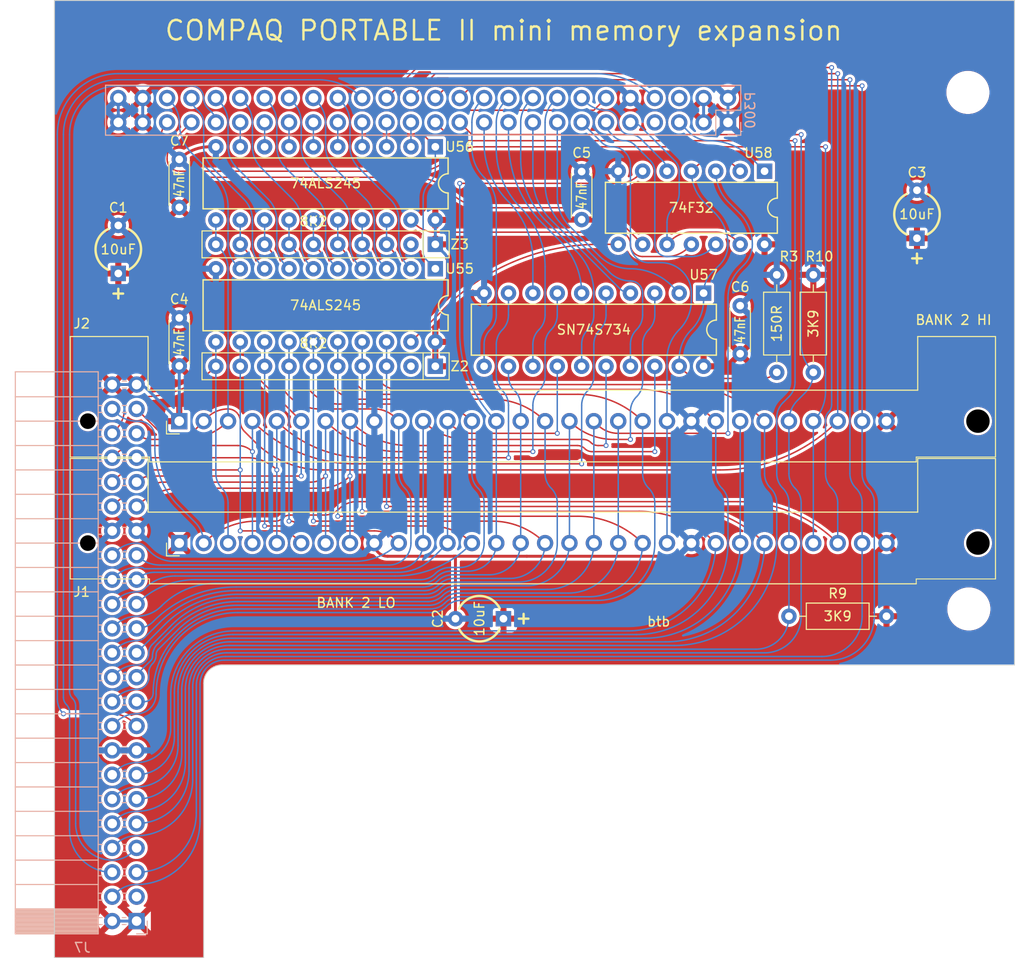
<source format=kicad_pcb>
(kicad_pcb (version 20240108) (generator "pcbnew") (generator_version "8.0")
  (layers (0 "F.Cu" signal) (31 "B.Cu" signal) (34 "B.Paste" user) (35 "F.Paste" user) (36 "B.SilkS" user "B.Silkscreen") (37 "F.SilkS" user "F.Silkscreen") (38 "B.Mask" user) (39 "F.Mask" user) (44 "Edge.Cuts" user))
  (net 0 "")
  (net 1 "VCC")
  (net 2 "/MA8")
  (net 3 "/MA0")
  (net 4 "/MA2")
  (net 5 "/MA1")
  (net 6 "/MA7")
  (net 7 "/MA5")
  (net 8 "/MA4")
  (net 9 "/MA3")
  (net 10 "/MA6")
  (net 11 "/~{CASH}")
  (net 12 "GND")
  (net 13 "/MDPIN1")
  (net 14 "/MDPOUT1")
  (net 15 "/~{CASL}")
  (net 16 "/MDPIN0")
  (net 17 "/MDPOUT0")
  (net 18 "/~{MEM_DIR}")
  (net 19 "/D7")
  (net 20 "/D6")
  (net 21 "/D5")
  (net 22 "/D4")
  (net 23 "/D3")
  (net 24 "/D2")
  (net 25 "/D1")
  (net 26 "/D0")
  (net 27 "Net-(U55-CE)")
  (net 28 "/D15")
  (net 29 "/D14")
  (net 30 "/D13")
  (net 31 "/D12")
  (net 32 "/D11")
  (net 33 "/D10")
  (net 34 "/D9")
  (net 35 "/D8")
  (net 36 "Net-(U56-CE)")
  (net 37 "/MA11")
  (net 38 "/XA")
  (net 39 "/XB")
  (net 40 "/MA9")
  (net 41 "/MA10")
  (net 44 "/MD10")
  (net 45 "/MD11")
  (net 46 "/MD14")
  (net 47 "/MD15")
  (net 48 "/MD0")
  (net 49 "/MD1")
  (net 50 "/MD2")
  (net 51 "/MD3")
  (net 52 "/MD4")
  (net 53 "/MD5")
  (net 54 "/MD6")
  (net 55 "/MD7")
  (net 56 "/MD8")
  (net 57 "/MD9")
  (net 58 "/MD12")
  (net 59 "/MD13")
  (net 60 "/A2")
  (net 61 "/A0")
  (net 62 "/A1")
  (net 63 "/A3")
  (net 64 "/A5")
  (net 65 "/A4")
  (net 66 "/A8")
  (net 67 "/A6")
  (net 68 "/A7")
  (net 69 "/+RAS")
  (net 70 "/~{RAS2}")
  (net 71 "/~{RAS3}")
  (net 72 "/~{RAS4}")
  (net 73 "/~{WE2}")
  (net 74 "/~{WE34}")
  (net 75 "Net-(U57-OEa)")
  (net 76 "/A9")
  (net 77 "/UNK")
  (footprint "Resistor_THT:R_Axial_DIN0207_L6.3mm_D2.5mm_P10.16mm_Horizontal" (layer "F.Cu") (at 203.2 76.835 90)
    (property "Reference" "R10")
    (property "Value" "3K9")
  )
  (footprint "Library:CP_Radial_Tantal_D4.5mm_P5.00mm" (layer "F.Cu") (at 170.924 102.489 180)
    (property "Reference" "C2")
    (property "Value" "10uF")
  )
  (footprint "Capacitor_THT:C_Disc_D4.3mm_W1.9mm_P5.00mm" (layer "F.Cu") (at 179.07 60.92 90)
    (property "Reference" "C5")
    (property "Value" "47nF")
  )
  (footprint "Library:DIP-20_W7.62mm" (layer "F.Cu") (at 163.83 53.34 -90)
    (property "Reference" "U56")
    (property "Value" "74ALS245")
  )
  (footprint "Capacitor_THT:C_Disc_D4.3mm_W1.9mm_P5.00mm" (layer "F.Cu") (at 195.58 74.89 90)
    (property "Reference" "C6")
    (property "Value" "47nF")
  )
  (footprint "Resistor_THT:R_Axial_DIN0207_L6.3mm_D2.5mm_P10.16mm_Horizontal" (layer "F.Cu") (at 200.66 102.235)
    (property "Reference" "R9")
    (property "Value" "3K9")
  )
  (footprint "Capacitor_THT:C_Disc_D4.3mm_W1.9mm_P5.00mm" (layer "F.Cu") (at 137.16 76.16 90)
    (property "Reference" "C4")
    (property "Value" "47nF")
  )
  (footprint "Resistor_THT:R_Axial_DIN0207_L6.3mm_D2.5mm_P10.16mm_Horizontal" (layer "F.Cu") (at 199.39 76.835 90)
    (property "Reference" "R3")
    (property "Value" "150R")
  )
  (footprint "Resistor_THT:R_Array_SIP10" (layer "F.Cu") (at 163.83 76.2 180)
    (property "Reference" "Z2")
    (property "Value" "8K2")
  )
  (footprint "Library:SIMMSocket30Pin" (layer "F.Cu") (at 137.16 81.915 90)
    (property "Reference" "J2")
    (property "Value" "BANK 2 HI")
  )
  (footprint "Capacitor_THT:C_Disc_D4.3mm_W1.9mm_P5.00mm" (layer "F.Cu") (at 137.16 59.65 90)
    (property "Reference" "C7")
    (property "Value" "47nF")
  )
  (footprint "MountingHole:MountingHole_4mm" (layer "F.Cu") (at 219.3 47.675)
    (property "Reference" "H3" (hide yes))
    (property "Value" "Keystone 8812")
  )
  (footprint "MountingHole:MountingHole_4mm" (layer "F.Cu") (at 219.4 101.475)
    (property "Reference" "H4" (hide yes))
    (property "Value" "Keystone 8812")
  )
  (footprint "Library:SIMMSocket30Pin" (layer "F.Cu") (at 137.16 94.615 90)
    (property "Reference" "J1")
    (property "Value" "BANK 2 LO")
  )
  (footprint "Library:DIP-14_W7.62mm" (layer "F.Cu") (at 198.12 55.88 -90)
    (property "Reference" "U58")
    (property "Value" "74F32")
  )
  (footprint "Library:DIP-20_W7.62mm" (layer "F.Cu") (at 191.77 68.58 -90)
    (property "Reference" "U57")
    (property "Value" "SN74S734")
  )
  (footprint "Library:CP_Radial_Tantal_D4.5mm_P5.00mm" (layer "F.Cu") (at 130.81 66.53 90)
    (property "Reference" "C1")
    (property "Value" "10uF")
  )
  (footprint "Resistor_THT:R_Array_SIP10" (layer "F.Cu") (at 163.83 63.5 180)
    (property "Reference" "Z3")
    (property "Value" "8K2")
  )
  (footprint "Library:CP_Radial_Tantal_D4.5mm_P5.00mm" (layer "F.Cu") (at 213.995 62.865 90)
    (property "Reference" "C3")
    (property "Value" "10uF")
  )
  (footprint "Library:DIP-20_W7.62mm" (layer "F.Cu") (at 163.83 66.04 -90)
    (property "Reference" "U55")
    (property "Value" "74ALS245")
  )
  (footprint "Connector_PinHeader_2.54mm:PinHeader_2x26_P2.54mm_Vertical" (layer "B.Cu") (at 194.31 50.8 90)
    (property "Reference" "P300")
    (property "Value" "AMP 5-102871-1")
  )
  (footprint "Connector_PinSocket_2.54mm:PinSocket_2x23_P2.54mm_Horizontal" (layer "B.Cu") (at 132.715 133.985)
    (property "Reference" "J7")
    (property "Value" "Conn_02x40_Odd_Even")
  )
  (gr_line (start 224.155 107.315) (end 141.605 107.315) (stroke (width 0.1)) (layer "Edge.Cuts"))
  (gr_line (start 124.155 137.795) (end 124.155 38.1) (stroke (width 0.1)) (layer "Edge.Cuts"))
  (gr_line (start 139.7 109.22) (end 139.7 137.795) (stroke (width 0.1)) (layer "Edge.Cuts"))
  (gr_line (start 224.155 38.1) (end 124.155 38.1) (stroke (width 0.1)) (layer "Edge.Cuts"))
  (gr_line (start 124.155 137.795) (end 139.7 137.795) (stroke (width 0.1)) (layer "Edge.Cuts"))
  (gr_line (start 224.155 107.315) (end 224.155 38.1) (stroke (width 0.1)) (layer "Edge.Cuts"))
  (gr_arc (start 139.7 109.22) (mid 140.257962 107.872962) (end 141.605 107.315) (stroke (width 0.1)) (layer "Edge.Cuts"))
  (gr_text "btb" (at 185.801 103.378 0) (layer "F.SilkS") (effects (font (size 1 1)) (justify left bottom)))
  (gr_text "COMPAQ PORTABLE II mini memory expansion" (at 135.509 42.418 0) (layer "F.SilkS") (effects (font (size 2.032 2.032) (thickness 0.254) (bold yes)) (justify left bottom)))
  (segment (start 133.799013 78.554013) (end 137.16 81.915) (width 0.3048) (layer "B.Cu") (net 1))
  (segment (start 165.1 68.316975) (end 165.1 65.219012) (width 0.3048) (layer "B.Cu") (net 1))
  (segment (start 163.83 73.66) (end 163.83 76.2) (width 0.3048) (layer "B.Cu") (net 1))
  (segment (start 163.83 63.5) (end 163.83 60.96) (width 0.3048) (layer "B.Cu") (net 1))
  (segment (start 137.16 81.915) (end 137.16 76.16) (width 0.3048) (layer "B.Cu") (net 1))
  (segment (start 133.35 48.26) (end 133.35 50.8) (width 0.3048) (layer "B.Cu") (net 1))
  (segment (start 163.83 73.66) (end 163.83 71.383025) (width 0.3048) (layer "B.Cu") (net 1))
  (segment (start 130.175 133.985) (end 132.715 133.985) (width 0.3048) (layer "B.Cu") (net 1))
  (segment (start 164.7825 64.4525) (end 163.83 63.5) (width 0.3048) (layer "B.Cu") (net 1))
  (segment (start 191.77 48.26) (end 191.77 50.8) (width 0.3048) (layer "B.Cu") (net 1))
  (segment (start 130.175 78.105) (end 132.715 78.105) (width 0.3048) (layer "B.Cu") (net 1))
  (arc (start 132.715 78.105) (mid 133.301664 78.221695) (end 133.799013 78.554013) (width 0.3048) (layer "B.Cu") (net 1))
  (arc (start 164.465 69.85) (mid 164.934969 69.146642) (end 165.1 68.316975) (width 0.3048) (layer "B.Cu") (net 1))
  (arc (start 163.83 71.383025) (mid 163.995031 70.553358) (end 164.465 69.85) (width 0.3048) (layer "B.Cu") (net 1))
  (arc (start 165.1 65.219012) (mid 165.017484 64.804179) (end 164.7825 64.4525) (width 0.3048) (layer "B.Cu") (net 1))
  (segment (start 182.399076 83.82) (end 184.15 83.82) (width 0.1524) (layer "F.Cu") (net 2))
  (via (at 184.15 83.82) (size 0.508) (drill 0.3048) (layers "F.Cu" "B.Cu") (net 2))
  (arc (start 177.8 81.915) (mid 179.910074 83.324906) (end 182.399076 83.82) (width 0.1524) (layer "F.Cu") (net 2))
  (segment (start 186.69 70.856975) (end 186.69 68.58) (width 0.1524) (layer "B.Cu") (net 2))
  (segment (start 184.15 83.82) (end 184.15 80.908025) (width 0.1524) (layer "B.Cu") (net 2))
  (segment (start 134.34421 105.17779) (end 136.398 103.124) (width 0.1524) (layer "B.Cu") (net 2))
  (segment (start 185.42 77.841975) (end 185.42 73.923025) (width 0.1524) (layer "B.Cu") (net 2))
  (segment (start 130.175 108.585) (end 130.546974 108.213026) (width 0.1524) (layer "B.Cu") (net 2))
  (segment (start 165.998025 99.06) (end 173.355 99.06) (width 0.1524) (layer "B.Cu") (net 2))
  (segment (start 143.143312 100.33) (end 162.931975 100.33) (width 0.1524) (layer "B.Cu") (net 2))
  (segment (start 177.8 81.890109) (end 177.8 94.590109) (width 0.1524) (layer "B.Cu") (net 2))
  (arc (start 130.546974 108.213026) (mid 131.541672 107.548389) (end 132.715 107.315) (width 0.1524) (layer "B.Cu") (net 2))
  (arc (start 173.355 99.06) (mid 176.49809 97.75809) (end 177.8 94.615) (width 0.1524) (layer "B.Cu") (net 2))
  (arc (start 133.985 106.045) (mid 134.078356 105.575669) (end 134.34421 105.17779) (width 0.1524) (layer "B.Cu") (net 2))
  (arc (start 184.15 80.908025) (mid 184.315031 80.078358) (end 184.785 79.375) (width 0.1524) (layer "B.Cu") (net 2))
  (arc (start 164.465 99.695) (mid 165.168358 99.225031) (end 165.998025 99.06) (width 0.1524) (layer "B.Cu") (net 2))
  (arc (start 184.785 79.375) (mid 185.254969 78.671642) (end 185.42 77.841975) (width 0.1524) (layer "B.Cu") (net 2))
  (arc (start 162.931975 100.33) (mid 163.761642 100.164969) (end 164.465 99.695) (width 0.1524) (layer "B.Cu") (net 2))
  (arc (start 186.055 72.39) (mid 186.524969 71.686642) (end 186.69 70.856975) (width 0.1524) (layer "B.Cu") (net 2))
  (arc (start 136.398 103.124) (mid 139.492776 101.056137) (end 143.143312 100.33) (width 0.1524) (layer "B.Cu") (net 2))
  (arc (start 132.715 107.315) (mid 133.613026 106.943026) (end 133.985 106.045) (width 0.1524) (layer "B.Cu") (net 2))
  (arc (start 185.42 73.923025) (mid 185.585031 73.093358) (end 186.055 72.39) (width 0.1524) (layer "B.Cu") (net 2))
  (segment (start 143.246975 84.455) (end 132.715 84.455) (width 0.1524) (layer "F.Cu") (net 3))
  (segment (start 155.511179 86.36) (end 179.07 86.36) (width 0.1524) (layer "F.Cu") (net 3))
  (segment (start 130.546974 85.353026) (end 130.175 85.725) (width 0.1524) (layer "F.Cu") (net 3))
  (via (at 144.78 85.09) (size 0.508) (drill 0.3048) (layers "F.Cu" "B.Cu") (net 3))
  (via (at 179.07 86.36) (size 0.508) (drill 0.3048) (layers "F.Cu" "B.Cu") (net 3))
  (arc (start 132.715 84.455) (mid 131.541672 84.688389) (end 130.546974 85.353026) (width 0.1524) (layer "F.Cu") (net 3))
  (arc (start 144.78 81.915) (mid 149.703507 85.204782) (end 155.511179 86.36) (width 0.1524) (layer "F.Cu") (net 3))
  (arc (start 144.78 85.09) (mid 144.076642 84.620031) (end 143.246975 84.455) (width 0.1524) (layer "F.Cu") (net 3))
  (segment (start 144.78 85.09) (end 144.78 94.615) (width 0.1524) (layer "B.Cu") (net 3))
  (segment (start 181.61 70.856975) (end 181.61 68.58) (width 0.1524) (layer "B.Cu") (net 3))
  (segment (start 144.78 81.915) (end 144.78 85.09) (width 0.1524) (layer "B.Cu") (net 3))
  (segment (start 179.07 86.36) (end 179.07 80.273025) (width 0.1524) (layer "B.Cu") (net 3))
  (segment (start 180.34 77.206975) (end 180.34 73.923025) (width 0.1524) (layer "B.Cu") (net 3))
  (arc (start 180.34 73.923025) (mid 180.505031 73.093358) (end 180.975 72.39) (width 0.1524) (layer "B.Cu") (net 3))
  (arc (start 180.975 72.39) (mid 181.444969 71.686642) (end 181.61 70.856975) (width 0.1524) (layer "B.Cu") (net 3))
  (arc (start 179.07 80.273025) (mid 179.235031 79.443358) (end 179.705 78.74) (width 0.1524) (layer "B.Cu") (net 3))
  (arc (start 179.705 78.74) (mid 180.174969 78.036642) (end 180.34 77.206975) (width 0.1524) (layer "B.Cu") (net 3))
  (segment (start 133.799013 89.085987) (end 133.985 88.9) (width 0.1524) (layer "F.Cu") (net 4))
  (segment (start 130.175 90.805) (end 130.546974 90.433026) (width 0.1524) (layer "F.Cu") (net 4))
  (segment (start 135.518025 88.265) (end 150.866975 88.265) (width 0.1524) (layer "F.Cu") (net 4))
  (segment (start 160.065128 85.09) (end 173.99 85.09) (width 0.1524) (layer "F.Cu") (net 4))
  (via (at 173.99 85.09) (size 0.508) (drill 0.3048) (layers "F.Cu" "B.Cu") (net 4))
  (via (at 152.4 87.63) (size 0.508) (drill 0.3048) (layers "F.Cu" "B.Cu") (net 4))
  (arc (start 133.985 88.9) (mid 134.688357 88.430031) (end 135.518025 88.265) (width 0.1524) (layer "F.Cu") (net 4))
  (arc (start 132.715 89.535) (mid 133.301664 89.418305) (end 133.799013 89.085987) (width 0.1524) (layer "F.Cu") (net 4))
  (arc (start 150.866975 88.265) (mid 151.696642 88.099969) (end 152.4 87.63) (width 0.1524) (layer "F.Cu") (net 4))
  (arc (start 152.4 81.915) (mid 155.916791 84.264844) (end 160.065128 85.09) (width 0.1524) (layer "F.Cu") (net 4))
  (arc (start 130.546974 90.433026) (mid 131.541672 89.768389) (end 132.715 89.535) (width 0.1524) (layer "F.Cu") (net 4))
  (segment (start 175.26 73.923025) (end 175.26 77.206975) (width 0.1524) (layer "B.Cu") (net 4))
  (segment (start 152.4 81.915) (end 152.4 87.63) (width 0.1524) (layer "B.Cu") (net 4))
  (segment (start 173.99 80.273025) (end 173.99 85.09) (width 0.1524) (layer "B.Cu") (net 4))
  (segment (start 152.4 87.63) (end 152.4 94.615) (width 0.1524) (layer "B.Cu") (net 4))
  (segment (start 176.53 68.58) (end 176.53 70.856975) (width 0.1524) (layer "B.Cu") (net 4))
  (arc (start 175.26 77.206975) (mid 175.094969 78.036642) (end 174.625 78.74) (width 0.1524) (layer "B.Cu") (net 4))
  (arc (start 175.895 72.39) (mid 175.425031 73.093358) (end 175.26 73.923025) (width 0.1524) (layer "B.Cu") (net 4))
  (arc (start 176.53 70.856975) (mid 176.364969 71.686642) (end 175.895 72.39) (width 0.1524) (layer "B.Cu") (net 4))
  (arc (start 174.625 78.74) (mid 174.155031 79.443357) (end 173.99 80.273025) (width 0.1524) (layer "B.Cu") (net 4))
  (segment (start 156.518153 85.725) (end 171.45 85.725) (width 0.1524) (layer "F.Cu") (net 5))
  (segment (start 144.253949 85.725) (end 133.35 85.725) (width 0.1524) (layer "F.Cu") (net 5))
  (via (at 171.45 85.725) (size 0.508) (drill 0.3048) (layers "F.Cu" "B.Cu") (net 5))
  (via (at 147.32 86.995) (size 0.508) (drill 0.3048) (layers "F.Cu" "B.Cu") (net 5))
  (arc (start 147.32 81.915) (mid 151.540148 84.734813) (end 156.518153 85.725) (width 0.1524) (layer "F.Cu") (net 5))
  (arc (start 147.32 86.995) (mid 145.913284 86.055062) (end 144.253949 85.725) (width 0.1524) (layer "F.Cu") (net 5))
  (segment (start 147.32 86.995) (end 147.32 94.615) (width 0.1524) (layer "B.Cu") (net 5))
  (segment (start 171.45 80.273052) (end 171.45 81.915) (width 0.1524) (layer "B.Cu") (net 5))
  (segment (start 147.32 81.915) (end 147.32 86.995) (width 0.1524) (layer "B.Cu") (net 5))
  (segment (start 171.45 85.725) (end 171.45 81.915) (width 0.1524) (layer "B.Cu") (net 5))
  (segment (start 171.45 70.856975) (end 171.45 68.58) (width 0.1524) (layer "B.Cu") (net 5))
  (segment (start 170.18 76.2) (end 170.18 73.923025) (width 0.1524) (layer "B.Cu") (net 5))
  (segment (start 170.18 76.2) (end 170.18 77.206975) (width 0.1524) (layer "B.Cu") (net 5))
  (arc (start 170.815 72.39) (mid 171.284969 71.686642) (end 171.45 70.856975) (width 0.1524) (layer "B.Cu") (net 5))
  (arc (start 170.814992 78.740008) (mid 171.284967 79.443375) (end 171.45 80.273052) (width 0.1524) (layer "B.Cu") (net 5))
  (arc (start 170.18 77.206975) (mid 170.345031 78.036642) (end 170.815 78.74) (width 0.1524) (layer "B.Cu") (net 5))
  (arc (start 170.18 73.923025) (mid 170.345031 73.093358) (end 170.815 72.39) (width 0.1524) (layer "B.Cu") (net 5))
  (segment (start 165.617025 97.917) (end 169.418 97.917) (width 0.1524) (layer "B.Cu") (net 6))
  (segment (start 172.72 81.890109) (end 172.72 94.590109) (width 0.1524) (layer "B.Cu") (net 6))
  (segment (start 134.449421 102.78658) (end 134.493 102.743) (width 0.1524) (layer "B.Cu") (net 6))
  (segment (start 171.45 76.2) (end 171.45 77.206975) (width 0.1524) (layer "B.Cu") (net 6))
  (segment (start 172.72 80.273025) (end 172.72 81.915) (width 0.1524) (layer "B.Cu") (net 6))
  (segment (start 143.077943 99.187) (end 162.550975 99.187) (width 0.1524) (layer "B.Cu") (net 6))
  (arc (start 134.493 102.743) (mid 138.431806 100.111174) (end 143.077943 99.187) (width 0.1524) (layer "B.Cu") (net 6))
  (arc (start 132.715 103.505) (mid 133.653662 103.318289) (end 134.449421 102.78658) (width 0.1524) (layer "B.Cu") (net 6))
  (arc (start 164.084 98.552) (mid 164.787358 98.082031) (end 165.617025 97.917) (width 0.1524) (layer "B.Cu") (net 6))
  (arc (start 169.418 97.917) (mid 171.752867 96.949867) (end 172.72 94.615) (width 0.1524) (layer "B.Cu") (net 6))
  (arc (start 172.085 78.74) (mid 172.554969 79.443358) (end 172.72 80.273025) (width 0.1524) (layer "B.Cu") (net 6))
  (arc (start 171.45 77.206975) (mid 171.615031 78.036642) (end 172.085 78.74) (width 0.1524) (layer "B.Cu") (net 6))
  (arc (start 162.550975 99.187) (mid 163.380642 99.021969) (end 164.084 98.552) (width 0.1524) (layer "B.Cu") (net 6))
  (segment (start 165.1 81.915) (end 165.471974 82.286974) (width 0.1524) (layer "F.Cu") (net 7))
  (segment (start 176.53 83.185) (end 167.64 83.185) (width 0.1524) (layer "F.Cu") (net 7))
  (via (at 176.53 83.185) (size 0.508) (drill 0.3048) (layers "F.Cu" "B.Cu") (net 7))
  (arc (start 165.471974 82.286974) (mid 166.466673 82.95161) (end 167.64 83.185) (width 0.1524) (layer "F.Cu") (net 7))
  (segment (start 165.1 81.890109) (end 165.1 94.590109) (width 0.1524) (layer "B.Cu") (net 7))
  (segment (start 134.55463 97.663) (end 159.893 97.663) (width 0.1524) (layer "B.Cu") (net 7))
  (segment (start 176.53 76.2) (end 176.53 83.185) (width 0.1524) (layer "B.Cu") (net 7))
  (segment (start 163.578644 96.136356) (end 165.1 94.615) (width 0.1524) (layer "B.Cu") (net 7))
  (arc (start 132.715 98.425) (mid 133.559029 97.861037) (end 134.55463 97.663) (width 0.1524) (layer "B.Cu") (net 7))
  (arc (start 159.893 97.663) (mid 161.887656 97.266238) (end 163.578644 96.136356) (width 0.1524) (layer "B.Cu") (net 7))
  (segment (start 181.61 84.455) (end 180.789012 84.455) (width 0.1524) (layer "F.Cu") (net 8))
  (segment (start 167.159076 83.82) (end 179.255988 83.82) (width 0.1524) (layer "F.Cu") (net 8))
  (via (at 181.61 84.455) (size 0.508) (drill 0.3048) (layers "F.Cu" "B.Cu") (net 8))
  (arc (start 162.56 81.915) (mid 164.670074 83.324906) (end 167.159076 83.82) (width 0.1524) (layer "F.Cu") (net 8))
  (arc (start 180.789012 84.455) (mid 180.374179 84.372484) (end 180.0225 84.1375) (width 0.1524) (layer "F.Cu") (net 8))
  (arc (start 179.255988 83.82) (mid 179.670821 83.902516) (end 180.0225 84.1375) (width 0.1524) (layer "F.Cu") (net 8))
  (segment (start 162.56 81.890109) (end 162.56 94.590109) (width 0.1524) (layer "B.Cu") (net 8))
  (segment (start 181.61 76.2) (end 181.61 84.455) (width 0.1524) (layer "B.Cu") (net 8))
  (segment (start 130.546974 98.053026) (end 130.175 98.425) (width 0.1524) (layer "B.Cu") (net 8))
  (segment (start 159.893 97.282) (end 133.566802 97.282) (width 0.1524) (layer "B.Cu") (net 8))
  (segment (start 133.260198 97.155) (end 132.715 97.155) (width 0.1524) (layer "B.Cu") (net 8))
  (arc (start 133.566802 97.282) (mid 133.483835 97.265497) (end 133.4135 97.2185) (width 0.1524) (layer "B.Cu") (net 8))
  (arc (start 133.4135 97.2185) (mid 133.343164 97.171503) (end 133.260198 97.155) (width 0.1524) (layer "B.Cu") (net 8))
  (arc (start 132.715 97.155) (mid 131.541672 97.388389) (end 130.546974 98.053026) (width 0.1524) (layer "B.Cu") (net 8))
  (arc (start 162.56 94.615) (mid 161.778854 96.500854) (end 159.893 97.282) (width 0.1524) (layer "B.Cu") (net 8))
  (segment (start 161.072102 84.455) (end 178.620988 84.455) (width 0.1524) (layer "F.Cu") (net 9))
  (segment (start 137.314076 88.9) (end 151.873949 88.9) (width 0.1524) (layer "F.Cu") (net 9))
  (segment (start 180.154012 85.09) (end 186.69 85.09) (width 0.1524) (layer "F.Cu") (net 9))
  (via (at 186.69 85.09) (size 0.508) (drill 0.3048) (layers "F.Cu" "B.Cu") (net 9))
  (via (at 154.94 87.63) (size 0.508) (drill 0.3048) (layers "F.Cu" "B.Cu") (net 9))
  (arc (start 151.873949 88.9) (mid 153.533284 88.569937) (end 154.94 87.63) (width 0.1524) (layer "F.Cu") (net 9))
  (arc (start 178.620988 84.455) (mid 179.035821 84.537516) (end 179.3875 84.7725) (width 0.1524) (layer "F.Cu") (net 9))
  (arc (start 179.3875 84.7725) (mid 179.739179 85.007484) (end 180.154012 85.09) (width 0.1524) (layer "F.Cu") (net 9))
  (arc (start 154.94 81.915) (mid 157.753432 83.794875) (end 161.072102 84.455) (width 0.1524) (layer "F.Cu") (net 9))
  (arc (start 132.715 90.805) (mid 134.825074 89.395094) (end 137.314076 88.9) (width 0.1524) (layer "F.Cu") (net 9))
  (segment (start 154.94 81.915) (end 154.94 87.63) (width 0.1524) (layer "B.Cu") (net 9))
  (segment (start 186.69 85.09) (end 186.69 76.2) (width 0.1524) (layer "B.Cu") (net 9))
  (segment (start 154.94 87.63) (end 154.94 94.615) (width 0.1524) (layer "B.Cu") (net 9))
  (segment (start 185.048025 56.251974) (end 185.42 55.88) (width 0.1524) (layer "F.Cu") (net 10))
  (segment (start 166.37 57.15) (end 182.88 57.15) (width 0.1524) (layer "F.Cu") (net 10))
  (via (at 166.37 57.15) (size 0.508) (drill 0.3048) (layers "F.Cu" "B.Cu") (net 10))
  (arc (start 182.88 57.15) (mid 184.053327 56.916611) (end 185.048025 56.251974) (width 0.1524) (layer "F.Cu") (net 10))
  (segment (start 166.37 57.15) (end 166.37 72.716847) (width 0.1524) (layer "B.Cu") (net 10))
  (segment (start 165.490025 97.536) (end 167.259 97.536) (width 0.1524) (layer "B.Cu") (net 10))
  (segment (start 140.993336 98.806) (end 162.423975 98.806) (width 0.1524) (layer "B.Cu") (net 10))
  (segment (start 170.18 81.890109) (end 170.18 94.590109) (width 0.1524) (layer "B.Cu") (net 10))
  (segment (start 130.175 103.505) (end 130.546974 103.133026) (width 0.1524) (layer "B.Cu") (net 10))
  (arc (start 135.31663 101.157369) (mid 137.921124 99.417101) (end 140.993336 98.806) (width 0.1524) (layer "B.Cu") (net 10))
  (arc (start 167.259 97.536) (mid 169.324459 96.680459) (end 170.18 94.615) (width 0.1524) (layer "B.Cu") (net 10))
  (arc (start 166.37 72.716847) (mid 167.360186 77.694852) (end 170.18 81.915) (width 0.1524) (layer "B.Cu") (net 10))
  (arc (start 130.546974 103.133026) (mid 131.541672 102.468389) (end 132.715 102.235) (width 0.1524) (layer "B.Cu") (net 10))
  (arc (start 162.423975 98.806) (mid 163.253642 98.640969) (end 163.957 98.171) (width 0.1524) (layer "B.Cu") (net 10))
  (arc (start 163.957 98.171) (mid 164.660358 97.701031) (end 165.490025 97.536) (width 0.1524) (layer "B.Cu") (net 10))
  (arc (start 132.715 102.235) (mid 134.122992 101.954933) (end 135.31663 101.157369) (width 0.1524) (layer "B.Cu") (net 10))
  (segment (start 205.74 45.72) (end 163.83 45.72) (width 0.1524) (layer "F.Cu") (net 11))
  (segment (start 132.715 80.645) (end 134.805987 82.735987) (width 0.1524) (layer "F.Cu") (net 11))
  (segment (start 163.83 45.72) (end 161.29 48.26) (width 0.1524) (layer "F.Cu") (net 11))
  (segment (start 193.475796 86.995) (end 152.085917 86.995) (width 0.1524) (layer "F.Cu") (net 11))
  (segment (start 135.89 83.185) (end 137.795 83.185) (width 0.1524) (layer "F.Cu") (net 11))
  (segment (start 139.7 81.915) (end 138.879013 82.735987) (width 0.1524) (layer "F.Cu") (net 11))
  (segment (start 140.071974 81.543026) (end 139.7 81.915) (width 0.1524) (layer "F.Cu") (net 11))
  (segment (start 145.034 84.074) (end 143.959013 82.999013) (width 0.1524) (layer "F.Cu") (net 11))
  (via (at 205.74 45.72) (size 0.508) (drill 0.3048) (layers "F.Cu" "B.Cu") (net 11))
  (arc (start 142.24 80.645) (mid 141.066672 80.878389) (end 140.071974 81.543026) (width 0.1524) (layer "F.Cu") (net 11))
  (arc (start 143.959013 82.999013) (mid 143.626695 82.501664) (end 143.51 81.915) (width 0.1524) (layer "F.Cu") (net 11))
  (arc (start 134.805987 82.735987) (mid 135.303336 83.068305) (end 135.89 83.185) (width 0.1524) (layer "F.Cu") (net 11))
  (arc (start 138.879013 82.735987) (mid 138.381664 83.068306) (end 137.795 83.185) (width 0.1524) (layer "F.Cu") (net 11))
  (arc (start 152.085917 86.995) (mid 148.269447 86.235857) (end 145.034 84.074) (width 0.1524) (layer "F.Cu") (net 11))
  (arc (start 143.51 81.915) (mid 143.138026 81.016974) (end 142.24 80.645) (width 0.1524) (layer "F.Cu") (net 11))
  (arc (start 205.74 81.915) (mid 200.113135 85.674751) (end 193.475796 86.995) (width 0.1524) (layer "F.Cu") (net 11))
  (segment (start 205.74 81.915) (end 205.74 45.72) (width 0.1524) (layer "B.Cu") (net 11))
  (segment (start 130.175 116.205) (end 132.715 116.205) (width 0.3048) (layer "F.Cu") (net 12))
  (segment (start 165.924 95.9866) (end 165.735 95.9866) (width 0.3048) (layer "F.Cu") (net 12))
  (segment (start 165.735 95.9866) (end 158.8516 95.9866) (width 0.3048) (layer "F.Cu") (net 12))
  (segment (start 165.924 102.489) (end 165.924 95.9866) (width 0.3048) (layer "F.Cu") (net 12))
  (segment (start 173.355 95.9866) (end 165.735 95.9866) (width 0.3048) (layer "F.Cu") (net 12))
  (segment (start 140.322619 53.34) (end 140.97 53.34) (width 0.3048) (layer "F.Cu") (net 12))
  (segment (start 173.355 95.9866) (end 189.1284 95.9866) (width 0.3048) (layer "F.Cu") (net 12))
  (segment (start 189.1284 95.9866) (end 190.5 94.615) (width 0.3048) (layer "F.Cu") (net 12))
  (arc (start 137.16 54.65) (mid 138.611022 53.680458) (end 140.322619 53.34) (width 0.3048) (layer "F.Cu") (net 12))
  (arc (start 158.8516 95.9866) (mid 157.881732 95.584868) (end 157.48 94.615) (width 0.3048) (layer "F.Cu") (net 12))
  (segment (start 194.31 48.26) (end 194.31 50.8) (width 0.3048) (layer "B.Cu") (net 12))
  (segment (start 130.81 48.26) (end 130.81 50.8) (width 0.3048) (layer "B.Cu") (net 12))
  (segment (start 167.64 46.99) (end 208.28 46.99) (width 0.1524) (layer "F.Cu") (net 13))
  (segment (start 166.37 48.26) (end 167.64 46.99) (width 0.1524) (layer "F.Cu") (net 13))
  (via (at 208.28 46.99) (size 0.508) (drill 0.3048) (layers "F.Cu" "B.Cu") (net 13))
  (segment (start 141.859 106.807) (end 204.978 106.807) (width 0.1524) (layer "B.Cu") (net 13))
  (segment (start 139.319 123.571) (end 139.319 109.347) (width 0.1524) (layer "B.Cu") (net 13))
  (segment (start 209.55 102.235) (end 209.55 90.433025) (width 0.1524) (layer "B.Cu") (net 13))
  (segment (start 208.28 81.915) (end 208.28 46.99) (width 0.1524) (layer "B.Cu") (net 13))
  (segment (start 208.28 87.366975) (end 208.28 81.915) (width 0.1524) (layer "B.Cu") (net 13))
  (segment (start 130.175 131.445) (end 130.546974 131.073026) (width 0.1524) (layer "B.Cu") (net 13))
  (arc (start 208.915 88.9) (mid 208.445031 88.196642) (end 208.28 87.366975) (width 0.1524) (layer "B.Cu") (net 13))
  (arc (start 130.546974 131.073026) (mid 131.541672 130.408389) (end 132.715 130.175) (width 0.1524) (layer "B.Cu") (net 13))
  (arc (start 204.978 106.807) (mid 208.210892 105.467892) (end 209.55 102.235) (width 0.1524) (layer "B.Cu") (net 13))
  (arc (start 139.319 109.347) (mid 140.062949 107.550949) (end 141.859 106.807) (width 0.1524) (layer "B.Cu") (net 13))
  (arc (start 132.715 130.175) (mid 137.384733 128.240733) (end 139.319 123.571) (width 0.1524) (layer "B.Cu") (net 13))
  (arc (start 209.55 90.433025) (mid 209.384969 89.603358) (end 208.915 88.9) (width 0.1524) (layer "B.Cu") (net 13))
  (segment (start 201.93 52.07) (end 167.64 52.07) (width 0.1524) (layer "F.Cu") (net 14))
  (segment (start 167.64 52.07) (end 166.37 50.8) (width 0.1524) (layer "F.Cu") (net 14))
  (via (at 201.93 52.07) (size 0.508) (drill 0.3048) (layers "F.Cu" "B.Cu") (net 14))
  (segment (start 201.93 73.768949) (end 201.93 52.07) (width 0.1524) (layer "B.Cu") (net 14))
  (segment (start 201.93 102.235) (end 201.93 90.433025) (width 0.1524) (layer "B.Cu") (net 14))
  (segment (start 142.113 106.045) (end 198.12 106.045) (width 0.1524) (layer "B.Cu") (net 14))
  (segment (start 138.557 119.253) (end 138.557 109.601) (width 0.1524) (layer "B.Cu") (net 14))
  (segment (start 200.66 87.366975) (end 200.66 81.915) (width 0.1524) (layer "B.Cu") (net 14))
  (segment (start 130.175 126.365) (end 130.546974 125.993026) (width 0.1524) (layer "B.Cu") (net 14))
  (segment (start 201.558026 79.746975) (end 202.301974 79.003025) (width 0.1524) (layer "B.Cu") (net 14))
  (arc (start 198.12 106.045) (mid 200.814077 104.929077) (end 201.93 102.235) (width 0.1524) (layer "B.Cu") (net 14))
  (arc (start 201.295 88.9) (mid 200.825031 88.196642) (end 200.66 87.366975) (width 0.1524) (layer "B.Cu") (net 14))
  (arc (start 138.557 109.601) (mid 139.598528 107.086528) (end 142.113 106.045) (width 0.1524) (layer "B.Cu") (net 14))
  (arc (start 200.66 81.915) (mid 200.893389 80.741673) (end 201.558026 79.746975) (width 0.1524) (layer "B.Cu") (net 14))
  (arc (start 130.546974 125.993026) (mid 131.541672 125.328389) (end 132.715 125.095) (width 0.1524) (layer "B.Cu") (net 14))
  (arc (start 201.93 90.433025) (mid 201.764969 89.603358) (end 201.295 88.9) (width 0.1524) (layer "B.Cu") (net 14))
  (arc (start 203.2 76.835) (mid 202.260062 75.428284) (end 201.93 73.768949) (width 0.1524) (layer "B.Cu") (net 14))
  (arc (start 202.301974 79.003025) (mid 202.966611 78.008327) (end 203.2 76.835) (width 0.1524) (layer "B.Cu") (net 14))
  (arc (start 132.715 125.095) (mid 136.845918 123.383918) (end 138.557 119.253) (width 0.1524) (layer "B.Cu") (net 14))
  (segment (start 145.218892 92.329) (end 147.21479 92.329) (width 0.1524) (layer "F.Cu") (net 15))
  (segment (start 148.747815 91.694) (end 152.263975 91.694) (width 0.1524) (layer "F.Cu") (net 15))
  (segment (start 161.925 45.085) (end 158.75 48.26) (width 0.1524) (layer "F.Cu") (net 15))
  (segment (start 155.63663 90.297) (end 195.315426 90.297) (width 0.1524) (layer "F.Cu") (net 15))
  (segment (start 205.105 45.085) (end 161.925 45.085) (width 0.1524) (layer "F.Cu") (net 15))
  (via (at 205.105 45.085) (size 0.508) (drill 0.3048) (layers "F.Cu" "B.Cu") (net 15))
  (arc (start 153.797 91.059) (mid 154.641029 90.495037) (end 155.63663 90.297) (width 0.1524) (layer "F.Cu") (net 15))
  (arc (start 195.315426 90.297) (mid 200.957164 91.419212) (end 205.74 94.615) (width 0.1524) (layer "F.Cu") (net 15))
  (arc (start 139.7 94.615) (mid 142.232089 92.923112) (end 145.218892 92.329) (width 0.1524) (layer "F.Cu") (net 15))
  (arc (start 152.263975 91.694) (mid 153.093642 91.528969) (end 153.797 91.059) (width 0.1524) (layer "F.Cu") (net 15))
  (arc (start 147.21479 92.329) (mid 147.546657 92.262987) (end 147.828 92.075) (width 0.1524) (layer "F.Cu") (net 15))
  (arc (start 147.828 92.075) (mid 148.250014 91.793019) (end 148.747815 91.694) (width 0.1524) (layer "F.Cu") (net 15))
  (segment (start 138.801974 92.446975) (end 137.0965 90.7415) (width 0.1524) (layer "B.Cu") (net 15))
  (segment (start 204.47 81.729012) (end 204.47 87.366975) (width 0.1524) (layer "B.Cu") (net 15))
  (segment (start 205.105 45.085) (end 205.105 80.195988) (width 0.1524) (layer "B.Cu") (net 15))
  (segment (start 130.546975 81.016974) (end 130.175 80.645) (width 0.1524) (layer "B.Cu") (net 15))
  (segment (start 205.74 90.433025) (end 205.74 94.615) (width 0.1524) (layer "B.Cu") (net 15))
  (segment (start 134.62 84.762701) (end 134.62 83.566) (width 0.1524) (layer "B.Cu") (net 15))
  (segment (start 132.969 81.915) (end 132.715 81.915) (width 0.1524) (layer "B.Cu") (net 15))
  (arc (start 204.7875 80.9625) (mid 204.552515 81.314179) (end 204.47 81.729012) (width 0.1524) (layer "B.Cu") (net 15))
  (arc (start 205.105 88.9) (mid 205.574969 89.603358) (end 205.74 90.433025) (width 0.1524) (layer "B.Cu") (net 15))
  (arc (start 204.47 87.366975) (mid 204.635031 88.196642) (end 205.105 88.9) (width 0.1524) (layer "B.Cu") (net 15))
  (arc (start 137.0965 90.7415) (mid 135.263621 87.998404) (end 134.62 84.762701) (width 0.1524) (layer "B.Cu") (net 15))
  (arc (start 132.715 81.915) (mid 131.541673 81.681611) (end 130.546975 81.016974) (width 0.1524) (layer "B.Cu") (net 15))
  (arc (start 205.105 80.195988) (mid 205.022484 80.610821) (end 204.7875 80.9625) (width 0.1524) (layer "B.Cu") (net 15))
  (arc (start 139.7 94.615) (mid 139.466611 93.441673) (end 138.801974 92.446975) (width 0.1524) (layer "B.Cu") (net 15))
  (arc (start 134.62 83.566) (mid 134.136433 82.398567) (end 132.969 81.915) (width 0.1524) (layer "B.Cu") (net 15))
  (segment (start 165.735 46.355) (end 163.83 48.26) (width 0.1524) (layer "F.Cu") (net 16))
  (segment (start 207.01 46.355) (end 165.735 46.355) (width 0.1524) (layer "F.Cu") (net 16))
  (via (at 207.01 46.355) (size 0.508) (drill 0.3048) (layers "F.Cu" "B.Cu") (net 16))
  (segment (start 208.28 94.615) (end 208.28 90.433025) (width 0.1524) (layer "B.Cu") (net 16))
  (segment (start 207.01 87.366975) (end 207.01 46.355) (width 0.1524) (layer "B.Cu") (net 16))
  (segment (start 138.938 122.682) (end 138.938 109.474) (width 0.1524) (layer "B.Cu") (net 16))
  (segment (start 141.986 106.426) (end 204.089 106.426) (width 0.1524) (layer "B.Cu") (net 16))
  (segment (start 208.28 102.235) (end 208.28 94.615) (width 0.1524) (layer "B.Cu") (net 16))
  (arc (start 204.089 106.426) (mid 207.052485 105.198485) (end 208.28 102.235) (width 0.1524) (layer "B.Cu") (net 16))
  (arc (start 207.645 88.9) (mid 207.175031 88.196642) (end 207.01 87.366975) (width 0.1524) (layer "B.Cu") (net 16))
  (arc (start 132.715 128.905) (mid 137.115325 127.082325) (end 138.938 122.682) (width 0.1524) (layer "B.Cu") (net 16))
  (arc (start 138.938 109.474) (mid 139.830739 107.318739) (end 141.986 106.426) (width 0.1524) (layer "B.Cu") (net 16))
  (arc (start 208.28 90.433025) (mid 208.114969 89.603358) (end 207.645 88.9) (width 0.1524) (layer "B.Cu") (net 16))
  (segment (start 165.735 52.705) (end 163.83 50.8) (width 0.1524) (layer "F.Cu") (net 17))
  (segment (start 201.295 52.705) (end 165.735 52.705) (width 0.1524) (layer "F.Cu") (net 17))
  (via (at 201.295 52.705) (size 0.508) (drill 0.3048) (layers "F.Cu" "B.Cu") (net 17))
  (segment (start 138.176 109.728) (end 138.176 118.364) (width 0.1524) (layer "B.Cu") (net 17))
  (segment (start 200.66 94.615) (end 200.66 102.235) (width 0.1524) (layer "B.Cu") (net 17))
  (segment (start 200.66 90.433025) (end 200.66 94.615) (width 0.1524) (layer "B.Cu") (net 17))
  (segment (start 200.66 79.375) (end 200.025 80.01) (width 0.1524) (layer "B.Cu") (net 17))
  (segment (start 201.295 52.705) (end 201.295 77.841975) (width 0.1524) (layer "B.Cu") (net 17))
  (segment (start 199.39 81.543025) (end 199.39 87.366975) (width 0.1524) (layer "B.Cu") (net 17))
  (segment (start 197.231 105.664) (end 142.24 105.664) (width 0.1524) (layer "B.Cu") (net 17))
  (arc (start 200.025 88.9) (mid 200.494969 89.603358) (end 200.66 90.433025) (width 0.1524) (layer "B.Cu") (net 17))
  (arc (start 199.39 87.366975) (mid 199.555031 88.196642) (end 200.025 88.9) (width 0.1524) (layer "B.Cu") (net 17))
  (arc (start 201.295 77.841975) (mid 201.129969 78.671642) (end 200.66 79.375) (width 0.1524) (layer "B.Cu") (net 17))
  (arc (start 138.176 118.364) (mid 136.57651 122.22551) (end 132.715 123.825) (width 0.1524) (layer "B.Cu") (net 17))
  (arc (start 200.025 80.01) (mid 199.555031 80.713358) (end 199.39 81.543025) (width 0.1524) (layer "B.Cu") (net 17))
  (arc (start 200.66 102.235) (mid 199.655669 104.659669) (end 197.231 105.664) (width 0.1524) (layer "B.Cu") (net 17))
  (arc (start 142.24 105.664) (mid 139.366318 106.854318) (end 138.176 109.728) (width 0.1524) (layer "B.Cu") (net 17))
  (segment (start 162.56 50.165) (end 162.56 52.07) (width 0.1524) (layer "F.Cu") (net 18))
  (segment (start 163.195 49.53) (end 162.56 50.165) (width 0.1524) (layer "F.Cu") (net 18))
  (segment (start 180.34 49.53) (end 163.195 49.53) (width 0.1524) (layer "F.Cu") (net 18))
  (segment (start 162.56 52.07) (end 163.83 53.34) (width 0.1524) (layer "F.Cu") (net 18))
  (segment (start 181.61 48.26) (end 180.34 49.53) (width 0.1524) (layer "F.Cu") (net 18))
  (segment (start 162.56 58.683025) (end 162.56 64.320988) (width 0.1524) (layer "B.Cu") (net 18))
  (segment (start 163.83 53.34) (end 163.83 55.616975) (width 0.1524) (layer "B.Cu") (net 18))
  (segment (start 162.8775 65.0875) (end 163.83 66.04) (width 0.1524) (layer "B.Cu") (net 18))
  (arc (start 163.83 55.616975) (mid 163.664969 56.446642) (end 163.195 57.15) (width 0.1524) (layer "B.Cu") (net 18))
  (arc (start 162.56 64.320988) (mid 162.642516 64.735821) (end 162.8775 65.0875) (width 0.1524) (layer "B.Cu") (net 18))
  (arc (start 163.195 57.15) (mid 162.725031 57.853358) (end 162.56 58.683025) (width 0.1524) (layer "B.Cu") (net 18))
  (segment (start 160.02 60.96) (end 160.02 63.5) (width 0.1524) (layer "B.Cu") (net 19))
  (segment (start 153.67 48.26) (end 154.041974 48.631974) (width 0.1524) (layer "B.Cu") (net 19))
  (segment (start 154.94 50.8) (end 154.94 53.34) (width 0.1524) (layer "B.Cu") (net 19))
  (segment (start 160.918026 65.668025) (end 161.29 66.04) (width 0.1524) (layer "B.Cu") (net 19))
  (segment (start 155.838026 55.508025) (end 159.121974 58.791975) (width 0.1524) (layer "B.Cu") (net 19))
  (arc (start 154.041974 48.631974) (mid 154.70661 49.626673) (end 154.94 50.8) (width 0.1524) (layer "B.Cu") (net 19))
  (arc (start 159.121974 58.791975) (mid 159.786611 59.786673) (end 160.02 60.96) (width 0.1524) (layer "B.Cu") (net 19))
  (arc (start 160.02 63.5) (mid 160.253389 64.673327) (end 160.918026 65.668025) (width 0.1524) (layer "B.Cu") (net 19))
  (arc (start 154.94 53.34) (mid 155.173389 54.513327) (end 155.838026 55.508025) (width 0.1524) (layer "B.Cu") (net 19))
  (segment (start 151.13 48.26) (end 151.501974 48.631974) (width 0.1524) (layer "B.Cu") (net 20))
  (segment (start 157.48 60.96) (end 157.48 63.5) (width 0.1524) (layer "B.Cu") (net 20))
  (segment (start 153.298026 55.508025) (end 156.581974 58.791975) (width 0.1524) (layer "B.Cu") (net 20))
  (segment (start 158.378026 65.668025) (end 158.75 66.04) (width 0.1524) (layer "B.Cu") (net 20))
  (segment (start 152.4 50.8) (end 152.4 53.34) (width 0.1524) (layer "B.Cu") (net 20))
  (arc (start 152.4 53.34) (mid 152.633389 54.513327) (end 153.298026 55.508025) (width 0.1524) (layer "B.Cu") (net 20))
  (arc (start 156.581974 58.791975) (mid 157.246611 59.786673) (end 157.48 60.96) (width 0.1524) (layer "B.Cu") (net 20))
  (arc (start 151.501974 48.631974) (mid 152.16661 49.626673) (end 152.4 50.8) (width 0.1524) (layer "B.Cu") (net 20))
  (arc (start 157.48 63.5) (mid 157.713389 64.673327) (end 158.378026 65.668025) (width 0.1524) (layer "B.Cu") (net 20))
  (segment (start 155.838026 65.668025) (end 156.21 66.04) (width 0.1524) (layer "B.Cu") (net 21))
  (segment (start 154.94 60.96) (end 154.94 63.5) (width 0.1524) (layer "B.Cu") (net 21))
  (segment (start 149.86 50.8) (end 149.86 53.34) (width 0.1524) (layer "B.Cu") (net 21))
  (segment (start 148.59 48.26) (end 148.961974 48.631974) (width 0.1524) (layer "B.Cu") (net 21))
  (segment (start 150.758026 55.508025) (end 154.041974 58.791975) (width 0.1524) (layer "B.Cu") (net 21))
  (arc (start 148.961974 48.631974) (mid 149.62661 49.626673) (end 149.86 50.8) (width 0.1524) (layer "B.Cu") (net 21))
  (arc (start 149.86 53.34) (mid 150.093389 54.513327) (end 150.758026 55.508025) (width 0.1524) (layer "B.Cu") (net 21))
  (arc (start 154.94 63.5) (mid 155.173389 64.673327) (end 155.838026 65.668025) (width 0.1524) (layer "B.Cu") (net 21))
  (arc (start 154.041974 58.791975) (mid 154.706611 59.786673) (end 154.94 60.96) (width 0.1524) (layer "B.Cu") (net 21))
  (segment (start 148.218026 55.508025) (end 151.501974 58.791975) (width 0.1524) (layer "B.Cu") (net 22))
  (segment (start 147.32 50.8) (end 147.32 53.34) (width 0.1524) (layer "B.Cu") (net 22))
  (segment (start 146.05 48.26) (end 146.421974 48.631974) (width 0.1524) (layer "B.Cu") (net 22))
  (segment (start 152.4 60.96) (end 152.4 63.5) (width 0.1524) (layer "B.Cu") (net 22))
  (segment (start 153.298026 65.668025) (end 153.67 66.04) (width 0.1524) (layer "B.Cu") (net 22))
  (arc (start 147.32 53.34) (mid 147.553389 54.513327) (end 148.218026 55.508025) (width 0.1524) (layer "B.Cu") (net 22))
  (arc (start 151.501974 58.791975) (mid 152.166611 59.786673) (end 152.4 60.96) (width 0.1524) (layer "B.Cu") (net 22))
  (arc (start 146.421974 48.631974) (mid 147.08661 49.626673) (end 147.32 50.8) (width 0.1524) (layer "B.Cu") (net 22))
  (arc (start 152.4 63.5) (mid 152.633389 64.673327) (end 153.298026 65.668025) (width 0.1524) (layer "B.Cu") (net 22))
  (segment (start 149.86 60.96) (end 149.86 63.5) (width 0.1524) (layer "B.Cu") (net 23))
  (segment (start 144.78 50.8) (end 144.78 53.34) (width 0.1524) (layer "B.Cu") (net 23))
  (segment (start 150.758026 65.668025) (end 151.13 66.04) (width 0.1524) (layer "B.Cu") (net 23))
  (segment (start 143.51 48.26) (end 143.881974 48.631974) (width 0.1524) (layer "B.Cu") (net 23))
  (segment (start 145.678026 55.508025) (end 148.961974 58.791975) (width 0.1524) (layer "B.Cu") (net 23))
  (arc (start 148.961974 58.791975) (mid 149.626611 59.786673) (end 149.86 60.96) (width 0.1524) (layer "B.Cu") (net 23))
  (arc (start 144.78 53.34) (mid 145.013389 54.513327) (end 145.678026 55.508025) (width 0.1524) (layer "B.Cu") (net 23))
  (arc (start 143.881974 48.631974) (mid 144.54661 49.626673) (end 144.78 50.8) (width 0.1524) (layer "B.Cu") (net 23))
  (arc (start 149.86 63.5) (mid 150.093389 64.673327) (end 150.758026 65.668025) (width 0.1524) (layer "B.Cu") (net 23))
  (segment (start 142.24 50.8) (end 142.24 53.34) (width 0.1524) (layer "B.Cu") (net 24))
  (segment (start 140.97 48.26) (end 141.341974 48.631974) (width 0.1524) (layer "B.Cu") (net 24))
  (segment (start 147.32 60.96) (end 147.32 63.5) (width 0.1524) (layer "B.Cu") (net 24))
  (segment (start 143.138026 55.508025) (end 144.145 56.515) (width 0.1524) (layer "B.Cu") (net 24))
  (segment (start 144.145 56.515) (end 146.421974 58.791975) (width 0.1524) (layer "B.Cu") (net 24))
  (segment (start 148.218026 65.668025) (end 148.59 66.04) (width 0.1524) (layer "B.Cu") (net 24))
  (arc (start 141.341974 48.631974) (mid 142.00661 49.626673) (end 142.24 50.8) (width 0.1524) (layer "B.Cu") (net 24))
  (arc (start 146.421974 58.791975) (mid 147.086611 59.786673) (end 147.32 60.96) (width 0.1524) (layer "B.Cu") (net 24))
  (arc (start 147.32 63.5) (mid 147.553389 64.673327) (end 148.218026 65.668025) (width 0.1524) (layer "B.Cu") (net 24))
  (arc (start 142.24 53.34) (mid 142.473389 54.513327) (end 143.138026 55.508025) (width 0.1524) (layer "B.Cu") (net 24))
  (segment (start 145.678026 65.668025) (end 146.05 66.04) (width 0.1524) (layer "B.Cu") (net 25))
  (segment (start 138.879013 49.344013) (end 139.250987 49.715987) (width 0.1524) (layer "B.Cu") (net 25))
  (segment (start 144.78 60.96) (end 144.78 63.5) (width 0.1524) (layer "B.Cu") (net 25))
  (segment (start 140.598026 55.508025) (end 143.881974 58.791975) (width 0.1524) (layer "B.Cu") (net 25))
  (segment (start 139.7 50.8) (end 139.7 53.34) (width 0.1524) (layer "B.Cu") (net 25))
  (arc (start 139.7 53.34) (mid 139.933389 54.513327) (end 140.598026 55.508025) (width 0.1524) (layer "B.Cu") (net 25))
  (arc (start 143.881974 58.791975) (mid 144.546611 59.786673) (end 144.78 60.96) (width 0.1524) (layer "B.Cu") (net 25))
  (arc (start 144.78 63.5) (mid 145.013389 64.673327) (end 145.678026 65.668025) (width 0.1524) (layer "B.Cu") (net 25))
  (arc (start 139.250987 49.715987) (mid 139.583305 50.213336) (end 139.7 50.8) (width 0.1524) (layer "B.Cu") (net 25))
  (arc (start 138.43 48.26) (mid 138.546695 48.846664) (end 138.879013 49.344013) (width 0.1524) (layer "B.Cu") (net 25))
  (segment (start 138.507013 54.052013) (end 140.97 56.515) (width 0.1524) (layer "B.Cu") (net 26))
  (segment (start 135.89 48.26) (end 136.261949 48.631949) (width 0.1524) (layer "B.Cu") (net 26))
  (segment (start 142.24 59.581051) (end 142.24 63.5) (width 0.1524) (layer "B.Cu") (net 26))
  (segment (start 143.138026 65.668025) (end 143.51 66.04) (width 0.1524) (layer "B.Cu") (net 26))
  (arc (start 136.261949 48.631949) (mid 136.926593 49.62666) (end 137.159985 50.8) (width 0.1524) (layer "B.Cu") (net 26))
  (arc (start 140.97 56.515) (mid 141.909938 57.921716) (end 142.24 59.581051) (width 0.1524) (layer "B.Cu") (net 26))
  (arc (start 137.159985 50.8) (mid 137.510066 52.559977) (end 138.507013 54.052013) (width 0.1524) (layer "B.Cu") (net 26))
  (arc (start 142.24 63.5) (mid 142.473389 64.673327) (end 143.138026 65.668025) (width 0.1524) (layer "B.Cu") (net 26))
  (segment (start 164.7825 70.1675) (end 161.29 73.66) (width 0.1524) (layer "F.Cu") (net 27))
  (segment (start 182.88 63.5) (end 180.879268 63.5) (width 0.1524) (layer "F.Cu") (net 27))
  (arc (start 180.879268 63.5) (mid 172.16776 65.232827) (end 164.7825 70.1675) (width 0.1524) (layer "F.Cu") (net 27))
  (segment (start 161.29 50.797859) (end 161.29 53.337859) (width 0.1524) (layer "B.Cu") (net 28))
  (segment (start 158.75 50.797859) (end 158.75 53.337859) (width 0.1524) (layer "B.Cu") (net 29))
  (segment (start 156.21 50.797859) (end 156.21 53.337859) (width 0.1524) (layer "B.Cu") (net 30))
  (segment (start 153.67 50.797859) (end 153.67 53.337859) (width 0.1524) (layer "B.Cu") (net 31))
  (segment (start 151.13 50.797859) (end 151.13 53.337859) (width 0.1524) (layer "B.Cu") (net 32))
  (segment (start 148.59 50.8) (end 148.59 53.34) (width 0.1524) (layer "B.Cu") (net 33))
  (segment (start 146.05 50.8) (end 146.05 53.34) (width 0.1524) (layer "B.Cu") (net 34))
  (segment (start 143.51 50.8) (end 143.51 53.34) (width 0.1524) (layer "B.Cu") (net 35))
  (segment (start 185.42 64.77) (end 187.96 64.77) (width 0.1524) (layer "F.Cu") (net 36))
  (segment (start 163.83 62.23) (end 182.88 62.23) (width 0.1524) (layer "F.Cu") (net 36))
  (segment (start 190.128026 63.871974) (end 190.5 63.5) (width 0.1524) (layer "F.Cu") (net 36))
  (segment (start 161.29 60.96) (end 161.661974 61.331974) (width 0.1524) (layer "F.Cu") (net 36))
  (arc (start 184.15 63.5) (mid 184.521974 64.398026) (end 185.42 64.77) (width 0.1524) (layer "F.Cu") (net 36))
  (arc (start 182.88 62.23) (mid 183.778026 62.601974) (end 184.15 63.5) (width 0.1524) (layer "F.Cu") (net 36))
  (arc (start 187.96 64.77) (mid 189.133327 64.536611) (end 190.128026 63.871974) (width 0.1524) (layer "F.Cu") (net 36))
  (arc (start 161.661974 61.331974) (mid 162.656673 61.99661) (end 163.83 62.23) (width 0.1524) (layer "F.Cu") (net 36))
  (segment (start 185.674 104.521) (end 142.621 104.521) (width 0.1524) (layer "B.Cu") (net 37))
  (segment (start 195.58 81.890109) (end 195.58 94.590109) (width 0.1524) (layer "B.Cu") (net 37))
  (segment (start 130.546974 120.913026) (end 130.175 121.285) (width 0.1524) (layer "B.Cu") (net 37))
  (segment (start 137.033 110.109) (end 137.033 115.697) (width 0.1524) (layer "B.Cu") (net 37))
  (arc (start 195.58 94.615) (mid 192.6786 101.6196) (end 185.674 104.521) (width 0.1524) (layer "B.Cu") (net 37))
  (arc (start 142.621 104.521) (mid 138.669687 106.157687) (end 137.033 110.109) (width 0.1524) (layer "B.Cu") (net 37))
  (arc (start 137.033 115.697) (mid 135.768287 118.750287) (end 132.715 120.015) (width 0.1524) (layer "B.Cu") (net 37))
  (arc (start 132.715 120.015) (mid 131.541672 120.248389) (end 130.546974 120.913026) (width 0.1524) (layer "B.Cu") (net 37))
  (segment (start 161.584936 56.515) (end 137.16 56.515) (width 0.1524) (layer "F.Cu") (net 38))
  (segment (start 183.406051 61.486051) (end 185.42 63.5) (width 0.1524) (layer "F.Cu") (net 38))
  (segment (start 179.07 59.69) (end 169.250064 59.69) (width 0.1524) (layer "F.Cu") (net 38))
  (segment (start 135.255 54.61) (end 135.255 52.333025) (width 0.1524) (layer "F.Cu") (net 38))
  (arc (start 135.255 52.333025) (mid 135.420031 51.503357) (end 135.89 50.8) (width 0.1524) (layer "F.Cu") (net 38))
  (arc (start 165.4175 58.1025) (mid 163.659104 56.927578) (end 161.584936 56.515) (width 0.1524) (layer "F.Cu") (net 38))
  (arc (start 169.250064 59.69) (mid 167.175895 59.277422) (end 165.4175 58.1025) (width 0.1524) (layer "F.Cu") (net 38))
  (arc (start 137.16 56.515) (mid 135.812962 55.957038) (end 135.255 54.61) (width 0.1524) (layer "F.Cu") (net 38))
  (arc (start 179.07 59.69) (mid 181.416654 60.156778) (end 183.406051 61.486051) (width 0.1524) (layer "F.Cu") (net 38))
  (segment (start 181.61 50.8) (end 181.981974 50.428026) (width 0.1524) (layer "B.Cu") (net 39))
  (segment (start 190.5 64.77) (end 187.96 64.77) (width 0.1524) (layer "B.Cu") (net 39))
  (segment (start 193.04 63.5) (end 192.668025 63.871974) (width 0.1524) (layer "B.Cu") (net 39))
  (segment (start 186.240987 54.795987) (end 184.599013 53.154013) (width 0.1524) (layer "B.Cu") (net 39))
  (segment (start 182.430987 52.255987) (end 182.059013 51.884013) (width 0.1524) (layer "B.Cu") (net 39))
  (segment (start 186.69 63.5) (end 186.69 55.88) (width 0.1524) (layer "B.Cu") (net 39))
  (arc (start 186.69 55.88) (mid 186.573305 55.293336) (end 186.240987 54.795987) (width 0.1524) (layer "B.Cu") (net 39))
  (arc (start 183.515 52.705) (mid 182.928336 52.588305) (end 182.430987 52.255987) (width 0.1524) (layer "B.Cu") (net 39))
  (arc (start 184.599013 53.154013) (mid 184.101664 52.821694) (end 183.515 52.705) (width 0.1524) (layer "B.Cu") (net 39))
  (arc (start 187.96 64.77) (mid 187.061974 64.398026) (end 186.69 63.5) (width 0.1524) (layer "B.Cu") (net 39))
  (arc (start 182.059013 51.884013) (mid 181.726694 51.386664) (end 181.61 50.8) (width 0.1524) (layer "B.Cu") (net 39))
  (arc (start 192.668025 63.871974) (mid 191.673327 64.536611) (end 190.5 64.77) (width 0.1524) (layer "B.Cu") (net 39))
  (segment (start 180.34 81.915) (end 180.711974 82.286974) (width 0.1524) (layer "F.Cu") (net 40))
  (segment (start 182.88 83.185) (end 194.31 83.185) (width 0.1524) (layer "F.Cu") (net 40))
  (via (at 194.31 83.185) (size 0.508) (drill 0.3048) (layers "F.Cu" "B.Cu") (net 40))
  (arc (start 180.711974 82.286974) (mid 181.706673 82.95161) (end 182.88 83.185) (width 0.1524) (layer "F.Cu") (net 40))
  (segment (start 195.58 66.04) (end 195.951974 65.668026) (width 0.1524) (layer "B.Cu") (net 40))
  (segment (start 134.904815 105.125185) (end 136.525 103.505) (width 0.1524) (layer "B.Cu") (net 40))
  (segment (start 132.894605 108.151395) (end 134.186395 106.859605) (width 0.1524) (layer "B.Cu") (net 40))
  (segment (start 194.31 83.185) (end 194.31 69.106051) (width 0.1524) (layer "B.Cu") (net 40))
  (segment (start 195.502962 60.247961) (end 194.945 59.69) (width 0.1524) (layer "B.Cu") (net 40))
  (segment (start 194.945 59.69) (end 194.387039 59.132039) (width 0.1524) (layer "B.Cu") (net 40))
  (segment (start 180.34 81.890109) (end 180.34 94.590109) (width 0.1524) (layer "B.Cu") (net 40))
  (segment (start 143.270312 100.711) (end 163.058975 100.711) (width 0.1524) (layer "B.Cu") (net 40))
  (segment (start 166.125025 99.441) (end 175.514 99.441) (width 0.1524) (layer "B.Cu") (net 40))
  (arc (start 164.592 100.076) (mid 165.295358 99.606031) (end 166.125025 99.441) (width 0.1524) (layer "B.Cu") (net 40))
  (arc (start 196.85 63.5) (mid 196.499916 61.740009) (end 195.502962 60.247961) (width 0.1524) (layer "B.Cu") (net 40))
  (arc (start 194.31 69.106051) (mid 194.640062 67.446717) (end 195.58 66.04) (width 0.1524) (layer "B.Cu") (net 40))
  (arc (start 134.366 106.426) (mid 134.506034 105.722004) (end 134.904815 105.125185) (width 0.1524) (layer "B.Cu") (net 40))
  (arc (start 132.715 108.585) (mid 132.761678 108.350335) (end 132.894605 108.151395) (width 0.1524) (layer "B.Cu") (net 40))
  (arc (start 194.387039 59.132039) (mid 193.390084 57.639991) (end 193.04 55.88) (width 0.1524) (layer "B.Cu") (net 40))
  (arc (start 134.186395 106.859605) (mid 134.319322 106.660665) (end 134.366 106.426) (width 0.1524) (layer "B.Cu") (net 40))
  (arc (start 163.058975 100.711) (mid 163.888642 100.545969) (end 164.592 100.076) (width 0.1524) (layer "B.Cu") (net 40))
  (arc (start 195.951974 65.668026) (mid 196.616611 64.673327) (end 196.85 63.5) (width 0.1524) (layer "B.Cu") (net 40))
  (arc (start 175.514 99.441) (mid 178.926497 98.027497) (end 180.34 94.615) (width 0.1524) (layer "B.Cu") (net 40))
  (arc (start 136.525 103.505) (mid 139.619776 101.437137) (end 143.270312 100.711) (width 0.1524) (layer "B.Cu") (net 40))
  (segment (start 143.165102 101.092) (end 163.185975 101.092) (width 0.1524) (layer "B.Cu") (net 41))
  (segment (start 166.252025 99.822) (end 177.673 99.822) (width 0.1524) (layer "B.Cu") (net 41))
  (segment (start 130.175 111.125) (end 130.546974 110.753026) (width 0.1524) (layer "B.Cu") (net 41))
  (segment (start 134.994619 105.670381) (end 137.033 103.632) (width 0.1524) (layer "B.Cu") (net 41))
  (segment (start 182.88 81.890109) (end 182.88 94.590109) (width 0.1524) (layer "B.Cu") (net 41))
  (segment (start 133.985 108.585) (end 133.985 108.107815) (width 0.1524) (layer "B.Cu") (net 41))
  (arc (start 134.747 106.268185) (mid 134.811354 105.944655) (end 134.994619 105.670381) (width 0.1524) (layer "B.Cu") (net 41))
  (arc (start 134.366 107.188) (mid 134.647982 106.765985) (end 134.747 106.268185) (width 0.1524) (layer "B.Cu") (net 41))
  (arc (start 132.715 109.855) (mid 133.613026 109.483026) (end 133.985 108.585) (width 0.1524) (layer "B.Cu") (net 41))
  (arc (start 133.985 108.107815) (mid 134.084019 107.610015) (end 134.366 107.188) (width 0.1524) (layer "B.Cu") (net 41))
  (arc (start 130.546974 110.753026) (mid 131.541672 110.088389) (end 132.715 109.855) (width 0.1524) (layer "B.Cu") (net 41))
  (arc (start 137.033 103.632) (mid 139.846433 101.752124) (end 143.165102 101.092) (width 0.1524) (layer "B.Cu") (net 41))
  (arc (start 164.719 100.457) (mid 165.422358 99.987031) (end 166.252025 99.822) (width 0.1524) (layer "B.Cu") (net 41))
  (arc (start 177.673 99.822) (mid 181.354905 98.296905) (end 182.88 94.615) (width 0.1524) (layer "B.Cu") (net 41))
  (arc (start 163.185975 101.092) (mid 164.015642 100.926969) (end 164.719 100.457) (width 0.1524) (layer "B.Cu") (net 41))
  (segment (start 159.648025 81.543026) (end 160.02 81.915) (width 0.1524) (layer "F.Cu") (net 44))
  (segment (start 147.32 66.04) (end 147.32 76.2) (width 0.1524) (layer "F.Cu") (net 44))
  (segment (start 151.765 80.645) (end 157.48 80.645) (width 0.1524) (layer "F.Cu") (net 44))
  (segment (start 146.05 63.5) (end 146.421974 63.871974) (width 0.1524) (layer "F.Cu") (net 44))
  (arc (start 157.48 80.645) (mid 158.653327 80.878389) (end 159.648025 81.543026) (width 0.1524) (layer "F.Cu") (net 44))
  (arc (start 147.32 76.2) (mid 148.62191 79.34309) (end 151.765 80.645) (width 0.1524) (layer "F.Cu") (net 44))
  (arc (start 146.421974 63.871974) (mid 147.08661 64.866673) (end 147.32 66.04) (width 0.1524) (layer "F.Cu") (net 44))
  (segment (start 160.02 81.915) (end 160.02 87.366975) (width 0.1524) (layer "B.Cu") (net 44))
  (segment (start 135.16784 96.901) (end 159.004 96.901) (width 0.1524) (layer "B.Cu") (net 44))
  (segment (start 161.29 94.615) (end 161.29 90.433025) (width 0.1524) (layer "B.Cu") (net 44))
  (segment (start 146.05 60.96) (end 146.05 63.5) (width 0.1524) (layer "B.Cu") (net 44))
  (arc (start 161.29 90.433025) (mid 161.124969 89.603358) (end 160.655 88.9) (width 0.1524) (layer "B.Cu") (net 44))
  (arc (start 132.715 95.885) (mid 133.840373 96.63695) (end 135.16784 96.901) (width 0.1524) (layer "B.Cu") (net 44))
  (arc (start 159.004 96.901) (mid 160.620446 96.231446) (end 161.29 94.615) (width 0.1524) (layer "B.Cu") (net 44))
  (arc (start 160.02 87.366975) (mid 160.185031 88.196642) (end 160.655 88.9) (width 0.1524) (layer "B.Cu") (net 44))
  (segment (start 153.797 80.137) (end 163.347529 80.137) (width 0.1524) (layer "F.Cu") (net 45))
  (segment (start 148.59 63.5) (end 148.961974 63.871974) (width 0.1524) (layer "F.Cu") (net 45))
  (segment (start 149.86 66.04) (end 149.86 76.2) (width 0.1524) (layer "F.Cu") (net 45))
  (arc (start 149.86 76.2) (mid 151.013121 78.983879) (end 153.797 80.137) (width 0.1524) (layer "F.Cu") (net 45))
  (arc (start 148.961974 63.871974) (mid 149.62661 64.866673) (end 149.86 66.04) (width 0.1524) (layer "F.Cu") (net 45))
  (arc (start 163.347529 80.137) (mid 165.670597 80.599087) (end 167.64 81.915) (width 0.1524) (layer "F.Cu") (net 45))
  (segment (start 165.363025 97.155) (end 166.37 97.155) (width 0.1524) (layer "B.Cu") (net 45))
  (segment (start 148.59 60.96) (end 148.59 63.5) (width 0.1524) (layer "B.Cu") (net 45))
  (segment (start 138.847102 98.425) (end 162.296975 98.425) (width 0.1524) (layer "B.Cu") (net 45))
  (segment (start 167.64 81.915) (end 167.64 87.366975) (width 0.1524) (layer "B.Cu") (net 45))
  (segment (start 168.91 94.615) (end 168.91 90.433025) (width 0.1524) (layer "B.Cu") (net 45))
  (arc (start 162.296975 98.425) (mid 163.126642 98.259969) (end 163.83 97.79) (width 0.1524) (layer "B.Cu") (net 45))
  (arc (start 168.91 90.433025) (mid 168.744969 89.603358) (end 168.275 88.9) (width 0.1524) (layer "B.Cu") (net 45))
  (arc (start 132.715 100.965) (mid 135.528432 99.085125) (end 138.847102 98.425) (width 0.1524) (layer "B.Cu") (net 45))
  (arc (start 166.37 97.155) (mid 168.166051 96.411051) (end 168.91 94.615) (width 0.1524) (layer "B.Cu") (net 45))
  (arc (start 167.64 87.366975) (mid 167.805031 88.196642) (end 168.275 88.9) (width 0.1524) (layer "B.Cu") (net 45))
  (arc (start 163.83 97.79) (mid 164.533358 97.320031) (end 165.363025 97.155) (width 0.1524) (layer "B.Cu") (net 45))
  (segment (start 156.21 63.5) (end 156.581974 63.871974) (width 0.1524) (layer "F.Cu") (net 46))
  (segment (start 159.893 78.613) (end 185.068267 78.613) (width 0.1524) (layer "F.Cu") (net 46))
  (segment (start 157.48 66.04) (end 157.48 76.2) (width 0.1524) (layer "F.Cu") (net 46))
  (arc (start 157.48 76.2) (mid 158.186751 77.906249) (end 159.893 78.613) (width 0.1524) (layer "F.Cu") (net 46))
  (arc (start 185.068267 78.613) (mid 189.382537 79.471162) (end 193.04 81.915) (width 0.1524) (layer "F.Cu") (net 46))
  (arc (start 156.581974 63.871974) (mid 157.24661 64.866673) (end 157.48 66.04) (width 0.1524) (layer "F.Cu") (net 46))
  (segment (start 136.652 110.236) (end 136.652 114.808) (width 0.1524) (layer "B.Cu") (net 46))
  (segment (start 193.04 81.915) (end 193.04 87.366975) (width 0.1524) (layer "B.Cu") (net 46))
  (segment (start 194.31 94.615) (end 194.31 90.433025) (width 0.1524) (layer "B.Cu") (net 46))
  (segment (start 156.21 60.96) (end 156.21 63.5) (width 0.1524) (layer "B.Cu") (net 46))
  (segment (start 184.785 104.14) (end 142.748 104.14) (width 0.1524) (layer "B.Cu") (net 46))
  (arc (start 193.04 87.366975) (mid 193.205031 88.196642) (end 193.675 88.9) (width 0.1524) (layer "B.Cu") (net 46))
  (arc (start 194.31 94.615) (mid 191.520192 101.350192) (end 184.785 104.14) (width 0.1524) (layer "B.Cu") (net 46))
  (arc (start 142.748 104.14) (mid 138.437477 105.925477) (end 136.652 110.236) (width 0.1524) (layer "B.Cu") (net 46))
  (arc (start 194.31 90.433025) (mid 194.144969 89.603358) (end 193.675 88.9) (width 0.1524) (layer "B.Cu") (net 46))
  (arc (start 136.652 114.808) (mid 135.498879 117.591879) (end 132.715 118.745) (width 0.1524) (layer "B.Cu") (net 46))
  (segment (start 160.02 66.04) (end 160.02 76.2) (width 0.1524) (layer "F.Cu") (net 47))
  (segment (start 161.925 78.105) (end 188.921847 78.105) (width 0.1524) (layer "F.Cu") (net 47))
  (segment (start 158.75 63.5) (end 159.121974 63.871974) (width 0.1524) (layer "F.Cu") (net 47))
  (arc (start 159.121974 63.871974) (mid 159.78661 64.866673) (end 160.02 66.04) (width 0.1524) (layer "F.Cu") (net 47))
  (arc (start 188.921847 78.105) (mid 193.899851 79.095187) (end 198.12 81.915) (width 0.1524) (layer "F.Cu") (net 47))
  (arc (start 160.02 76.2) (mid 160.577962 77.547038) (end 161.925 78.105) (width 0.1524) (layer "F.Cu") (net 47))
  (segment (start 188.722 105.283) (end 142.367 105.283) (width 0.1524) (layer "B.Cu") (net 47))
  (segment (start 137.795 109.855) (end 137.795 117.475) (width 0.1524) (layer "B.Cu") (net 47))
  (segment (start 130.546974 123.453026) (end 130.175 123.825) (width 0.1524) (layer "B.Cu") (net 47))
  (segment (start 158.75 60.96) (end 158.75 63.5) (width 0.1524) (layer "B.Cu") (net 47))
  (segment (start 199.39 94.615) (end 199.39 90.433025) (width 0.1524) (layer "B.Cu") (net 47))
  (segment (start 198.12 81.915) (end 198.12 87.366975) (width 0.1524) (layer "B.Cu") (net 47))
  (arc (start 199.39 90.433025) (mid 199.224969 89.603358) (end 198.755 88.9) (width 0.1524) (layer "B.Cu") (net 47))
  (arc (start 137.795 117.475) (mid 136.307102 121.067102) (end 132.715 122.555) (width 0.1524) (layer "B.Cu") (net 47))
  (arc (start 132.715 122.555) (mid 131.541672 122.788389) (end 130.546974 123.453026) (width 0.1524) (layer "B.Cu") (net 47))
  (arc (start 198.12 87.366975) (mid 198.285031 88.196642) (end 198.755 88.9) (width 0.1524) (layer "B.Cu") (net 47))
  (arc (start 199.39 94.615) (mid 196.265415 102.158415) (end 188.722 105.283) (width 0.1524) (layer "B.Cu") (net 47))
  (arc (start 142.367 105.283) (mid 139.134108 106.622108) (end 137.795 109.855) (width 0.1524) (layer "B.Cu") (net 47))
  (segment (start 130.175 83.185) (end 130.546974 82.813026) (width 0.1524) (layer "F.Cu") (net 48))
  (segment (start 132.715 79.375) (end 133.304872 79.375) (width 0.1524) (layer "F.Cu") (net 48))
  (arc (start 130.546974 82.813026) (mid 131.211611 81.818327) (end 131.445 80.645) (width 0.1524) (layer "F.Cu") (net 48))
  (arc (start 131.445 80.645) (mid 131.816974 79.746974) (end 132.715 79.375) (width 0.1524) (layer "F.Cu") (net 48))
  (arc (start 133.304872 79.375) (mid 137.453209 78.549844) (end 140.97 76.2) (width 0.1524) (layer "F.Cu") (net 48))
  (segment (start 140.97 76.2) (end 140.97 87.366975) (width 0.1524) (layer "B.Cu") (net 48))
  (segment (start 140.97 73.66) (end 140.97 76.2) (width 0.1524) (layer "B.Cu") (net 48))
  (segment (start 142.24 90.433025) (end 142.24 94.615) (width 0.1524) (layer "B.Cu") (net 48))
  (arc (start 141.605 88.9) (mid 142.074969 89.603358) (end 142.24 90.433025) (width 0.1524) (layer "B.Cu") (net 48))
  (arc (start 140.97 87.366975) (mid 141.135031 88.196642) (end 141.605 88.9) (width 0.1524) (layer "B.Cu") (net 48))
  (segment (start 149.86 94.615) (end 149.488026 94.243026) (width 0.1524) (layer "F.Cu") (net 49))
  (segment (start 147.32 93.345) (end 143.51 93.345) (width 0.1524) (layer "F.Cu") (net 49))
  (segment (start 132.715 86.995) (end 143.51 86.995) (width 0.1524) (layer "F.Cu") (net 49))
  (segment (start 130.175 88.265) (end 130.546974 87.893026) (width 0.1524) (layer "F.Cu") (net 49))
  (via (at 143.51 86.995) (size 0.508) (drill 0.3048) (layers "F.Cu" "B.Cu") (net 49))
  (via (at 143.51 93.345) (size 0.508) (drill 0.3048) (layers "F.Cu" "B.Cu") (net 49))
  (arc (start 149.488026 94.243026) (mid 148.493328 93.578389) (end 147.32 93.345) (width 0.1524) (layer "F.Cu") (net 49))
  (arc (start 130.546974 87.893026) (mid 131.541672 87.228389) (end 132.715 86.995) (width 0.1524) (layer "F.Cu") (net 49))
  (segment (start 143.51 73.66) (end 143.51 76.2) (width 0.1524) (layer "B.Cu") (net 49))
  (segment (start 143.51 76.2) (end 143.51 86.995) (width 0.1524) (layer "B.Cu") (net 49))
  (segment (start 143.51 86.995) (end 143.51 93.345) (width 0.1524) (layer "B.Cu") (net 49))
  (segment (start 159.648025 94.243026) (end 160.02 94.615) (width 0.1524) (layer "F.Cu") (net 50))
  (segment (start 146.05 92.837) (end 147.97679 92.837) (width 0.1524) (layer "F.Cu") (net 50))
  (segment (start 149.20321 93.345) (end 157.48 93.345) (width 0.1524) (layer "F.Cu") (net 50))
  (via (at 146.05 92.837) (size 0.508) (drill 0.3048) (layers "F.Cu" "B.Cu") (net 50))
  (arc (start 148.59 93.091) (mid 148.871343 93.278988) (end 149.20321 93.345) (width 0.1524) (layer "F.Cu") (net 50))
  (arc (start 157.48 93.345) (mid 158.653327 93.578389) (end 159.648025 94.243026) (width 0.1524) (layer "F.Cu") (net 50))
  (arc (start 147.97679 92.837) (mid 148.308656 92.903013) (end 148.59 93.091) (width 0.1524) (layer "F.Cu") (net 50))
  (segment (start 130.175 95.885) (end 130.546974 95.513026) (width 0.1524) (layer "B.Cu") (net 50))
  (segment (start 136.56484 96.52) (end 155.420924 96.52) (width 0.1524) (layer "B.Cu") (net 50))
  (segment (start 146.05 73.66) (end 146.05 76.2) (width 0.1524) (layer "B.Cu") (net 50))
  (segment (start 133.58221 94.97421) (end 134.112 95.504) (width 0.1524) (layer "B.Cu") (net 50))
  (segment (start 146.05 76.2) (end 146.05 92.837) (width 0.1524) (layer "B.Cu") (net 50))
  (arc (start 132.715 94.615) (mid 133.184331 94.708356) (end 133.58221 94.97421) (width 0.1524) (layer "B.Cu") (net 50))
  (arc (start 130.546974 95.513026) (mid 131.541672 94.848389) (end 132.715 94.615) (width 0.1524) (layer "B.Cu") (net 50))
  (arc (start 155.420924 96.52) (mid 157.909926 96.024907) (end 160.02 94.615) (width 0.1524) (layer "B.Cu") (net 50))
  (arc (start 134.112 95.504) (mid 135.237373 96.25595) (end 136.56484 96.52) (width 0.1524) (layer "B.Cu") (net 50))
  (segment (start 163.347529 92.837) (end 149.96521 92.837) (width 0.1524) (layer "F.Cu") (net 51))
  (segment (start 148.73879 92.329) (end 148.59 92.329) (width 0.1524) (layer "F.Cu") (net 51))
  (via (at 148.59 92.329) (size 0.508) (drill 0.3048) (layers "F.Cu" "B.Cu") (net 51))
  (arc (start 167.64 94.615) (mid 165.670597 93.299087) (end 163.347529 92.837) (width 0.1524) (layer "F.Cu") (net 51))
  (arc (start 149.96521 92.837) (mid 149.633343 92.770988) (end 149.352 92.583) (width 0.1524) (layer "F.Cu") (net 51))
  (arc (start 149.352 92.583) (mid 149.070656 92.395013) (end 148.73879 92.329) (width 0.1524) (layer "F.Cu") (net 51))
  (segment (start 130.175 100.965) (end 130.546974 100.593026) (width 0.1524) (layer "B.Cu") (net 51))
  (segment (start 136.700866 98.044) (end 159.639 98.044) (width 0.1524) (layer "B.Cu") (net 51))
  (segment (start 167.443892 94.811108) (end 167.64 94.615) (width 0.1524) (layer "B.Cu") (net 51))
  (segment (start 148.59 73.66) (end 148.59 76.2) (width 0.1524) (layer "B.Cu") (net 51))
  (segment (start 148.59 76.2) (end 148.59 92.329) (width 0.1524) (layer "B.Cu") (net 51))
  (arc (start 159.639 98.044) (mid 163.862977 97.203799) (end 167.443892 94.811108) (width 0.1524) (layer "B.Cu") (net 51))
  (arc (start 130.546974 100.593026) (mid 131.541672 99.928389) (end 132.715 99.695) (width 0.1524) (layer "B.Cu") (net 51))
  (arc (start 132.715 99.695) (mid 133.184331 99.601644) (end 133.58221 99.33579) (width 0.1524) (layer "B.Cu") (net 51))
  (arc (start 133.58221 99.33579) (mid 135.013061 98.379725) (end 136.700866 98.044) (width 0.1524) (layer "B.Cu") (net 51))
  (segment (start 151.13 92.329) (end 169.741108 92.329) (width 0.1524) (layer "F.Cu") (net 52))
  (via (at 151.13 92.329) (size 0.508) (drill 0.3048) (layers "F.Cu" "B.Cu") (net 52))
  (arc (start 169.741108 92.329) (mid 172.72791 92.923112) (end 175.26 94.615) (width 0.1524) (layer "F.Cu") (net 52))
  (segment (start 151.13 73.66) (end 151.13 76.2) (width 0.1524) (layer "B.Cu") (net 52))
  (segment (start 151.13 76.2) (end 151.13 92.329) (width 0.1524) (layer "B.Cu") (net 52))
  (segment (start 165.744025 98.298) (end 171.577 98.298) (width 0.1524) (layer "B.Cu") (net 52))
  (segment (start 133.58221 104.41579) (end 135.107305 102.890695) (width 0.1524) (layer "B.Cu") (net 52))
  (segment (start 130.175 106.045) (end 130.546974 105.673026) (width 0.1524) (layer "B.Cu") (net 52))
  (segment (start 143.129 99.568) (end 162.677975 99.568) (width 0.1524) (layer "B.Cu") (net 52))
  (arc (start 130.546974 105.673026) (mid 131.541672 105.008389) (end 132.715 104.775) (width 0.1524) (layer "B.Cu") (net 52))
  (arc (start 164.211 98.933) (mid 164.914358 98.463031) (end 165.744025 98.298) (width 0.1524) (layer "B.Cu") (net 52))
  (arc (start 162.677975 99.568) (mid 163.507642 99.402969) (end 164.211 98.933) (width 0.1524) (layer "B.Cu") (net 52))
  (arc (start 171.577 98.298) (mid 174.181274 97.219274) (end 175.26 94.615) (width 0.1524) (layer "B.Cu") (net 52))
  (arc (start 132.715 104.775) (mid 133.184331 104.681644) (end 133.58221 104.41579) (width 0.1524) (layer "B.Cu") (net 52))
  (arc (start 135.107305 102.890695) (mid 138.78769 100.43154) (end 143.129 99.568) (width 0.1524) (layer "B.Cu") (net 52))
  (segment (start 153.67 91.821) (end 178.674688 91.821) (width 0.1524) (layer "F.Cu") (net 53))
  (via (at 153.67 91.821) (size 0.508) (drill 0.3048) (layers "F.Cu" "B.Cu") (net 53))
  (arc (start 178.674688 91.821) (mid 182.325224 92.547137) (end 185.42 94.615) (width 0.1524) (layer "F.Cu") (net 53))
  (segment (start 166.379025 100.203) (end 179.832 100.203) (width 0.1524) (layer "B.Cu") (net 53))
  (segment (start 136.92839 104.223849) (end 137.149974 104.002265) (width 0.1524) (layer "B.Cu") (net 53))
  (segment (start 153.67 73.66) (end 153.67 76.2) (width 0.1524) (layer "B.Cu") (net 53))
  (segment (start 153.67 76.2) (end 153.67 91.821) (width 0.1524) (layer "B.Cu") (net 53))
  (segment (start 143.256159 101.473) (end 163.312975 101.473) (width 0.1524) (layer "B.Cu") (net 53))
  (segment (start 132.715 111.125) (end 133.548804 111.125) (width 0.1524) (layer "B.Cu") (net 53))
  (arc (start 137.149974 104.002265) (mid 139.951516 102.130334) (end 143.256159 101.473) (width 0.1524) (layer "B.Cu") (net 53))
  (arc (start 179.832 100.203) (mid 183.783313 98.566313) (end 185.42 94.615) (width 0.1524) (layer "B.Cu") (net 53))
  (arc (start 163.312975 101.473) (mid 164.142642 101.307969) (end 164.846 100.838) (width 0.1524) (layer "B.Cu") (net 53))
  (arc (start 133.548804 111.125) (mid 134.177749 110.864482) (end 134.438267 110.235537) (width 0.1524) (layer "B.Cu") (net 53))
  (arc (start 134.438267 110.235537) (mid 135.085429 106.982035) (end 136.92839 104.223849) (width 0.1524) (layer "B.Cu") (net 53))
  (arc (start 164.846 100.838) (mid 165.549358 100.368031) (end 166.379025 100.203) (width 0.1524) (layer "B.Cu") (net 53))
  (segment (start 156.21 91.313) (end 185.068267 91.313) (width 0.1524) (layer "F.Cu") (net 54))
  (via (at 156.21 91.313) (size 0.508) (drill 0.3048) (layers "F.Cu" "B.Cu") (net 54))
  (arc (start 185.068267 91.313) (mid 189.382537 92.171162) (end 193.04 94.615) (width 0.1524) (layer "F.Cu") (net 54))
  (segment (start 183.896 103.759) (end 142.875 103.759) (width 0.1524) (layer "B.Cu") (net 54))
  (segment (start 130.546974 118.373026) (end 130.175 118.745) (width 0.1524) (layer "B.Cu") (net 54))
  (segment (start 156.21 73.66) (end 156.21 76.2) (width 0.1524) (layer "B.Cu") (net 54))
  (segment (start 136.271 110.363) (end 136.271 113.919) (width 0.1524) (layer "B.Cu") (net 54))
  (segment (start 156.21 76.2) (end 156.21 91.313) (width 0.1524) (layer "B.Cu") (net 54))
  (arc (start 193.04 94.615) (mid 190.361784 101.080784) (end 183.896 103.759) (width 0.1524) (layer "B.Cu") (net 54))
  (arc (start 136.271 113.919) (mid 135.229472 116.433472) (end 132.715 117.475) (width 0.1524) (layer "B.Cu") (net 54))
  (arc (start 132.715 117.475) (mid 131.541672 117.708389) (end 130.546974 118.373026) (width 0.1524) (layer "B.Cu") (net 54))
  (arc (start 142.875 103.759) (mid 138.205267 105.693267) (end 136.271 110.363) (width 0.1524) (layer "B.Cu") (net 54))
  (segment (start 158.75 90.805) (end 188.921847 90.805) (width 0.1524) (layer "F.Cu") (net 55))
  (via (at 158.75 90.805) (size 0.508) (drill 0.3048) (layers "F.Cu" "B.Cu") (net 55))
  (arc (start 188.921847 90.805) (mid 193.899851 91.795187) (end 198.12 94.615) (width 0.1524) (layer "F.Cu") (net 55))
  (segment (start 158.75 76.2) (end 158.75 90.805) (width 0.1524) (layer "B.Cu") (net 55))
  (segment (start 158.75 73.66) (end 158.75 76.2) (width 0.1524) (layer "B.Cu") (net 55))
  (segment (start 137.414 109.982) (end 137.414 116.586) (width 0.1524) (layer "B.Cu") (net 55))
  (segment (start 187.833 104.902) (end 142.494 104.902) (width 0.1524) (layer "B.Cu") (net 55))
  (arc (start 198.12 94.615) (mid 195.107007 101.889007) (end 187.833 104.902) (width 0.1524) (layer "B.Cu") (net 55))
  (arc (start 137.414 116.586) (mid 136.037695 119.908695) (end 132.715 121.285) (width 0.1524) (layer "B.Cu") (net 55))
  (arc (start 142.494 104.902) (mid 138.901898 106.389898) (end 137.414 109.982) (width 0.1524) (layer "B.Cu") (net 55))
  (segment (start 137.640924 83.82) (end 134.248025 83.82) (width 0.1524) (layer "F.Cu") (net 56))
  (arc (start 142.24 81.915) (mid 140.129926 83.324906) (end 137.640924 83.82) (width 0.1524) (layer "F.Cu") (net 56))
  (arc (start 134.248025 83.82) (mid 133.418358 83.654969) (end 132.715 83.185) (width 0.1524) (layer "F.Cu") (net 56))
  (segment (start 141.341974 63.871975) (end 140.97 63.5) (width 0.1524) (layer "B.Cu") (net 56))
  (segment (start 142.24 66.04) (end 142.24 81.915) (width 0.1524) (layer "B.Cu") (net 56))
  (segment (start 140.97 60.96) (end 140.97 63.5) (width 0.1524) (layer "B.Cu") (net 56))
  (arc (start 142.24 66.04) (mid 142.006611 64.866673) (end 141.341974 63.871975) (width 0.1524) (layer "B.Cu") (net 56))
  (segment (start 144.78 76.2) (end 144.78 66.04) (width 0.1524) (layer "F.Cu") (net 57))
  (segment (start 145.229013 77.284013) (end 149.86 81.915) (width 0.1524) (layer "F.Cu") (net 57))
  (segment (start 149.86 87.63) (end 134.248025 87.63) (width 0.1524) (layer "F.Cu") (net 57))
  (segment (start 143.51 63.5) (end 143.881974 63.871974) (width 0.1524) (layer "F.Cu") (net 57))
  (via (at 149.86 87.63) (size 0.508) (drill 0.3048) (layers "F.Cu" "B.Cu") (net 57))
  (arc (start 144.78 76.2) (mid 144.896695 76.786664) (end 145.229013 77.284013) (width 0.1524) (layer "F.Cu") (net 57))
  (arc (start 143.881974 63.871974) (mid 144.54661 64.866673) (end 144.78 66.04) (width 0.1524) (layer "F.Cu") (net 57))
  (arc (start 134.248025 87.63) (mid 133.418358 87.795031) (end 132.715 88.265) (width 0.1524) (layer "F.Cu") (net 57))
  (segment (start 149.86 87.63) (end 149.86 81.915) (width 0.1524) (layer "B.Cu") (net 57))
  (segment (start 143.51 60.96) (end 143.51 63.5) (width 0.1524) (layer "B.Cu") (net 57))
  (segment (start 151.13 63.5) (end 151.501974 63.871974) (width 0.1524) (layer "F.Cu") (net 58))
  (segment (start 155.829 79.629) (end 169.741108 79.629) (width 0.1524) (layer "F.Cu") (net 58))
  (segment (start 152.4 66.04) (end 152.4 76.2) (width 0.1524) (layer "F.Cu") (net 58))
  (arc (start 152.4 76.2) (mid 153.404331 78.624669) (end 155.829 79.629) (width 0.1524) (layer "F.Cu") (net 58))
  (arc (start 169.741108 79.629) (mid 172.72791 80.223112) (end 175.26 81.915) (width 0.1524) (layer "F.Cu") (net 58))
  (arc (start 151.501974 63.871974) (mid 152.16661 64.866673) (end 152.4 66.04) (width 0.1524) (layer "F.Cu") (net 58))
  (segment (start 175.26 81.915) (end 175.26 87.366975) (width 0.1524) (layer "B.Cu") (net 58))
  (segment (start 143.256 99.949) (end 162.804975 99.949) (width 0.1524) (layer "B.Cu") (net 58))
  (segment (start 176.53 94.615) (end 176.53 90.433025) (width 0.1524) (layer "B.Cu") (net 58))
  (segment (start 132.715 106.045) (end 135.66791 103.09209) (width 0.1524) (layer "B.Cu") (net 58))
  (segment (start 165.871025 98.679) (end 172.466 98.679) (width 0.1524) (layer "B.Cu") (net 58))
  (segment (start 151.13 60.96) (end 151.13 63.5) (width 0.1524) (layer "B.Cu") (net 58))
  (arc (start 162.804975 99.949) (mid 163.634642 99.783969) (end 164.338 99.314) (width 0.1524) (layer "B.Cu") (net 58))
  (arc (start 135.66791 103.09209) (mid 139.149355 100.765863) (end 143.256 99.949) (width 0.1524) (layer "B.Cu") (net 58))
  (arc (start 172.466 98.679) (mid 175.339682 97.488682) (end 176.53 94.615) (width 0.1524) (layer "B.Cu") (net 58))
  (arc (start 175.26 87.366975) (mid 175.425031 88.196642) (end 175.895 88.9) (width 0.1524) (layer "B.Cu") (net 58))
  (arc (start 176.53 90.433025) (mid 176.364969 89.603358) (end 175.895 88.9) (width 0.1524) (layer "B.Cu") (net 58))
  (arc (start 164.338 99.314) (mid 165.041358 98.844031) (end 165.871025 98.679) (width 0.1524) (layer "B.Cu") (net 58))
  (segment (start 153.67 63.5) (end 154.041974 63.871974) (width 0.1524) (layer "F.Cu") (net 59))
  (segment (start 157.861 79.121) (end 178.674688 79.121) (width 0.1524) (layer "F.Cu") (net 59))
  (segment (start 154.94 66.04) (end 154.94 76.2) (width 0.1524) (layer "F.Cu") (net 59))
  (arc (start 154.94 76.2) (mid 155.795541 78.265459) (end 157.861 79.121) (width 0.1524) (layer "F.Cu") (net 59))
  (arc (start 154.041974 63.871974) (mid 154.70661 64.866673) (end 154.94 66.04) (width 0.1524) (layer "F.Cu") (net 59))
  (arc (start 178.674688 79.121) (mid 182.325224 79.847137) (end 185.42 81.915) (width 0.1524) (layer "F.Cu") (net 59))
  (segment (start 185.42 87.366975) (end 185.42 81.915) (width 0.1524) (layer "B.Cu") (net 59))
  (segment (start 153.67 60.96) (end 153.67 63.5) (width 0.1524) (layer "B.Cu") (net 59))
  (segment (start 186.688801 94.615) (end 186.688801 90.43013) (width 0.1524) (layer "B.Cu") (net 59))
  (segment (start 166.506025 100.584) (end 180.719801 100.584) (width 0.1524) (layer "B.Cu") (net 59))
  (segment (start 143.255985 101.854) (end 163.439975 101.854) (width 0.1524) (layer "B.Cu") (net 59))
  (segment (start 130.175 113.665) (end 130.547 113.293) (width 0.1524) (layer "B.Cu") (net 59))
  (arc (start 164.973 101.219) (mid 165.676358 100.749031) (end 166.506025 100.584) (width 0.1524) (layer "B.Cu") (net 59))
  (arc (start 132.715 112.394985) (mid 134.151841 111.799826) (end 134.747 110.362985) (width 0.1524) (layer "B.Cu") (net 59))
  (arc (start 186.688801 90.43013) (mid 186.524082 89.602029) (end 186.055 88.9) (width 0.1524) (layer "B.Cu") (net 59))
  (arc (start 130.547 113.293) (mid 131.541687 112.628371) (end 132.715 112.394985) (width 0.1524) (layer "B.Cu") (net 59))
  (arc (start 134.747 110.362985) (mid 137.239224 104.346224) (end 143.255985 101.854) (width 0.1524) (layer "B.Cu") (net 59))
  (arc (start 186.055 88.9) (mid 185.585031 88.196642) (end 185.42 87.366975) (width 0.1524) (layer "B.Cu") (net 59))
  (arc (start 163.439975 101.854) (mid 164.269642 101.688969) (end 164.973 101.219) (width 0.1524) (layer "B.Cu") (net 59))
  (arc (start 180.719801 100.584) (mid 184.940521 98.83572) (end 186.688801 94.615) (width 0.1524) (layer "B.Cu") (net 59))
  (segment (start 173.99 73.923025) (end 173.99 76.2) (width 0.1524) (layer "B.Cu") (net 60))
  (segment (start 175.26 65.822102) (end 175.26 70.856975) (width 0.1524) (layer "B.Cu") (net 60))
  (segment (start 171.45 48.26) (end 171.078026 48.631974) (width 0.1524) (layer "B.Cu") (net 60))
  (segment (start 170.18 50.8) (end 170.18 53.557898) (width 0.1524) (layer "B.Cu") (net 60))
  (arc (start 174.625 72.39) (mid 174.155031 73.093358) (end 173.99 73.923025) (width 0.1524) (layer "B.Cu") (net 60))
  (arc (start 170.18 53.557898) (mid 170.840124 56.876568) (end 172.72 59.69) (width 0.1524) (layer "B.Cu") (net 60))
  (arc (start 172.72 59.69) (mid 174.599876 62.503432) (end 175.26 65.822102) (width 0.1524) (layer "B.Cu") (net 60))
  (arc (start 175.26 70.856975) (mid 175.094969 71.686642) (end 174.625 72.39) (width 0.1524) (layer "B.Cu") (net 60))
  (arc (start 171.078026 48.631974) (mid 170.413389 49.626672) (end 170.18 50.8) (width 0.1524) (layer "B.Cu") (net 60))
  (segment (start 180.34 68.58) (end 180.34 70.856975) (width 0.1524) (layer "B.Cu") (net 61))
  (segment (start 172.72 54.61) (end 172.72 50.8) (width 0.1524) (layer "B.Cu") (net 61))
  (segment (start 173.618026 48.631974) (end 173.99 48.26) (width 0.1524) (layer "B.Cu") (net 61))
  (segment (start 179.07 76.2) (end 179.07 73.923025) (width 0.1524) (layer "B.Cu") (net 61))
  (segment (start 178.543949 64.243949) (end 175.414077 61.114077) (width 0.1524) (layer "B.Cu") (net 61))
  (arc (start 180.34 70.856975) (mid 180.174969 71.686642) (end 179.705 72.39) (width 0.1524) (layer "B.Cu") (net 61))
  (arc (start 179.07 73.923025) (mid 179.235031 73.093358) (end 179.705 72.39) (width 0.1524) (layer "B.Cu") (net 61))
  (arc (start 180.34 68.58) (mid 179.873222 66.233346) (end 178.543949 64.243949) (width 0.1524) (layer "B.Cu") (net 61))
  (arc (start 172.72 50.8) (mid 172.953389 49.626672) (end 173.618026 48.631974) (width 0.1524) (layer "B.Cu") (net 61))
  (arc (start 175.414077 61.114077) (mid 173.420167 58.129981) (end 172.72 54.61) (width 0.1524) (layer "B.Cu") (net 61))
  (segment (start 170.18 70.856975) (end 170.18 59.581051) (width 0.1524) (layer "B.Cu") (net 62))
  (segment (start 168.91 76.2) (end 168.91 73.923025) (width 0.1524) (layer "B.Cu") (net 62))
  (segment (start 167.64 53.448949) (end 167.64 50.8) (width 0.1524) (layer "B.Cu") (net 62))
  (segment (start 168.538026 48.631974) (end 168.91 48.26) (width 0.1524) (layer "B.Cu") (net 62))
  (arc (start 167.64 50.8) (mid 167.873389 49.626672) (end 168.538026 48.631974) (width 0.1524) (layer "B.Cu") (net 62))
  (arc (start 168.91 73.923025) (mid 169.075031 73.093358) (end 169.545 72.39) (width 0.1524) (layer "B.Cu") (net 62))
  (arc (start 168.91 56.515) (mid 167.970062 55.108284) (end 167.64 53.448949) (width 0.1524) (layer "B.Cu") (net 62))
  (arc (start 170.18 59.581051) (mid 169.849938 57.921716) (end 168.91 56.515) (width 0.1524) (layer "B.Cu") (net 62))
  (arc (start 169.545 72.39) (mid 170.014969 71.686642) (end 170.18 70.856975) (width 0.1524) (layer "B.Cu") (net 62))
  (segment (start 189.23 68.58) (end 188.486052 67.836052) (width 0.1524) (layer "B.Cu") (net 63))
  (segment (start 179.07 62.865) (end 177.8 61.595) (width 0.1524) (layer "B.Cu") (net 63))
  (segment (start 176.53 58.528949) (end 176.53 50.8) (width 0.1524) (layer "B.Cu") (net 63))
  (segment (start 180.897961 64.692962) (end 179.07 62.865) (width 0.1524) (layer "B.Cu") (net 63))
  (arc (start 177.8 61.595) (mid 176.860062 60.188284) (end 176.53 58.528949) (width 0.1524) (layer "B.Cu") (net 63))
  (arc (start 184.15 66.04) (mid 182.390009 65.689916) (end 180.897961 64.692962) (width 0.1524) (layer "B.Cu") (net 63))
  (arc (start 188.486052 67.836052) (mid 186.496655 66.506779) (end 184.15 66.04) (width 0.1524) (layer "B.Cu") (net 63))
  (segment (start 171.45 52.705) (end 171.45 50.8) (width 0.1524) (layer "B.Cu") (net 64))
  (segment (start 176.824936 63.159936) (end 175.042103 61.377103) (width 0.1524) (layer "B.Cu") (net 64))
  (arc (start 179.07 68.58) (mid 178.486527 65.646683) (end 176.824936 63.159936) (width 0.1524) (layer "B.Cu") (net 64))
  (arc (start 175.042103 61.377103) (mid 172.383557 57.398309) (end 171.45 52.705) (width 0.1524) (layer "B.Cu") (net 64))
  (segment (start 173.99 56.515) (end 173.99 50.8) (width 0.1524) (layer "B.Cu") (net 65))
  (segment (start 183.065987 68.130987) (end 175.786052 60.851052) (width 0.1524) (layer "B.Cu") (net 65))
  (arc (start 175.786052 60.851052) (mid 174.456779 58.861655) (end 173.99 56.515) (width 0.1524) (layer "B.Cu") (net 65))
  (arc (start 184.15 68.58) (mid 183.563336 68.463305) (end 183.065987 68.130987) (width 0.1524) (layer "B.Cu") (net 65))
  (segment (start 180.975 65.405) (end 177.056052 61.486052) (width 0.1524) (layer "B.Cu") (net 66))
  (segment (start 184.15 76.2) (end 184.15 73.923025) (width 0.1524) (layer "B.Cu") (net 66))
  (segment (start 181.981975 66.411974) (end 180.975 65.405) (width 0.1524) (layer "B.Cu") (net 66))
  (segment (start 185.42 68.58) (end 185.42 70.856975) (width 0.1524) (layer "B.Cu") (net 66))
  (segment (start 175.26 57.15) (end 175.26 50.8) (width 0.1524) (layer "B.Cu") (net 66))
  (segment (start 176.158026 48.631974) (end 176.53 48.26) (width 0.1524) (layer "B.Cu") (net 66))
  (arc (start 184.15 73.923025) (mid 184.315031 73.093358) (end 184.785 72.39) (width 0.1524) (layer "B.Cu") (net 66))
  (arc (start 185.42 68.58) (mid 185.048026 67.681974) (end 184.15 67.31) (width 0.1524) (layer "B.Cu") (net 66))
  (arc (start 185.42 70.856975) (mid 185.254969 71.686642) (end 184.785 72.39) (width 0.1524) (layer "B.Cu") (net 66))
  (arc (start 177.056052 61.486052) (mid 175.726779 59.496655) (end 175.26 57.15) (width 0.1524) (layer "B.Cu") (net 66))
  (arc (start 175.26 50.8) (mid 175.493389 49.626672) (end 176.158026 48.631974) (width 0.1524) (layer "B.Cu") (net 66))
  (arc (start 184.15 67.31) (mid 182.976673 67.076611) (end 181.981975 66.411974) (width 0.1524) (layer "B.Cu") (net 66))
  (segment (start 179.07 48.26) (end 179.441974 48.631974) (width 0.1524) (layer "B.Cu") (net 67))
  (segment (start 187.325 55.88) (end 187.96 55.88) (width 0.1524) (layer "B.Cu") (net 67))
  (segment (start 185.234013 52.519013) (end 187.510987 54.795987) (width 0.1524) (layer "B.Cu") (net 67))
  (arc (start 181.61 49.53) (mid 182.508026 49.901974) (end 182.88 50.8) (width 0.1524) (layer "B.Cu") (net 67))
  (arc (start 179.441974 48.631974) (mid 180.436673 49.29661) (end 181.61 49.53) (width 0.1524) (layer "B.Cu") (net 67))
  (arc (start 187.510987 54.795987) (mid 187.843305 55.293336) (end 187.96 55.88) (width 0.1524) (layer "B.Cu") (net 67))
  (arc (start 184.15 52.07) (mid 184.736664 52.186695) (end 185.234013 52.519013) (width 0.1524) (layer "B.Cu") (net 67))
  (arc (start 182.88 50.8) (mid 183.251974 51.698026) (end 184.15 52.07) (width 0.1524) (layer "B.Cu") (net 67))
  (segment (start 168.91 52.922898) (end 168.91 50.8) (width 0.1524) (layer "B.Cu") (net 68))
  (segment (start 173.99 68.58) (end 173.99 65.187102) (width 0.1524) (layer "B.Cu") (net 68))
  (arc (start 173.99 65.187102) (mid 173.329876 61.868432) (end 171.45 59.055) (width 0.1524) (layer "B.Cu") (net 68))
  (arc (start 171.45 59.055) (mid 169.570124 56.241568) (end 168.91 52.922898) (width 0.1524) (layer "B.Cu") (net 68))
  (segment (start 187.96 63.5) (end 188.331974 63.128026) (width 0.1524) (layer "F.Cu") (net 69))
  (segment (start 195.58 63.5) (end 195.208026 63.128026) (width 0.1524) (layer "F.Cu") (net 69))
  (segment (start 190.5 62.23) (end 193.04 62.23) (width 0.1524) (layer "F.Cu") (net 69))
  (arc (start 188.331974 63.128026) (mid 189.326672 62.463389) (end 190.5 62.23) (width 0.1524) (layer "F.Cu") (net 69))
  (arc (start 195.208026 63.128026) (mid 194.213328 62.463389) (end 193.04 62.23) (width 0.1524) (layer "F.Cu") (net 69))
  (segment (start 189.23 58.156975) (end 189.23 55.88) (width 0.1524) (layer "B.Cu") (net 69))
  (segment (start 188.780987 54.795987) (end 185.234013 51.249013) (width 0.1524) (layer "B.Cu") (net 69))
  (segment (start 187.96 63.5) (end 187.96 61.223025) (width 0.1524) (layer "B.Cu") (net 69))
  (arc (start 185.234013 51.249013) (mid 184.736664 50.916694) (end 184.15 50.8) (width 0.1524) (layer "B.Cu") (net 69))
  (arc (start 187.96 61.223025) (mid 188.125031 60.393358) (end 188.595 59.69) (width 0.1524) (layer "B.Cu") (net 69))
  (arc (start 189.23 55.88) (mid 189.113305 55.293336) (end 188.780987 54.795987) (width 0.1524) (layer "B.Cu") (net 69))
  (arc (start 188.595 59.69) (mid 189.064969 58.986642) (end 189.23 58.156975) (width 0.1524) (layer "B.Cu") (net 69))
  (segment (start 137.16 55.88) (end 162.033949 55.88) (width 0.1524) (layer "F.Cu") (net 70))
  (segment (start 138.43 50.8) (end 136.788026 52.441975) (width 0.1524) (layer "F.Cu") (net 70))
  (segment (start 168.166051 53.34) (end 204.47 53.34) (width 0.1524) (layer "F.Cu") (net 70))
  (via (at 204.47 53.34) (size 0.508) (drill 0.3048) (layers "F.Cu" "B.Cu") (net 70))
  (arc (start 136.788026 52.441975) (mid 136.123389 53.436673) (end 135.89 54.61) (width 0.1524) (layer "F.Cu") (net 70))
  (arc (start 135.89 54.61) (mid 136.261974 55.508026) (end 137.16 55.88) (width 0.1524) (layer "F.Cu") (net 70))
  (arc (start 165.1 54.61) (mid 166.506716 53.670062) (end 168.166051 53.34) (width 0.1524) (layer "F.Cu") (net 70))
  (arc (start 162.033949 55.88) (mid 163.693284 55.549937) (end 165.1 54.61) (width 0.1524) (layer "F.Cu") (net 70))
  (segment (start 204.47 78.848949) (end 204.47 53.34) (width 0.1524) (layer "B.Cu") (net 70))
  (segment (start 203.2 81.890109) (end 203.2 94.590109) (width 0.1524) (layer "B.Cu") (net 70))
  (arc (start 203.2 81.915) (mid 204.139938 80.508284) (end 204.47 78.848949) (width 0.1524) (layer "B.Cu") (net 70))
  (segment (start 125.73 110.040988) (end 125.73 52.07) (width 0.1524) (layer "B.Cu") (net 71))
  (segment (start 140.149013 49.344013) (end 140.520987 49.715987) (width 0.1524) (layer "B.Cu") (net 71))
  (segment (start 130.81 46.99) (end 138.43 46.99) (width 0.1524) (layer "B.Cu") (net 71))
  (segment (start 132.715 126.365) (end 132.343026 126.736974) (width 0.1524) (layer "B.Cu") (net 71))
  (segment (start 126.365 123.825) (end 126.365 111.574012) (width 0.1524) (layer "B.Cu") (net 71))
  (arc (start 126.365 111.574012) (mid 126.282484 111.159179) (end 126.0475 110.8075) (width 0.1524) (layer "B.Cu") (net 71))
  (arc (start 139.7 48.26) (mid 139.816695 48.846664) (end 140.149013 49.344013) (width 0.1524) (layer "B.Cu") (net 71))
  (arc (start 125.73 52.07) (mid 127.217898 48.477898) (end 130.81 46.99) (width 0.1524) (layer "B.Cu") (net 71))
  (arc (start 130.175 127.635) (mid 127.480923 126.519077) (end 126.365 123.825) (width 0.1524) (layer "B.Cu") (net 71))
  (arc (start 138.43 46.99) (mid 139.328026 47.361974) (end 139.7 48.26) (width 0.1524) (layer "B.Cu") (net 71))
  (arc (start 132.343026 126.736974) (mid 131.348327 127.401611) (end 130.175 127.635) (width 0.1524) (layer "B.Cu") (net 71))
  (arc (start 140.520987 49.715987) (mid 140.853305 50.213336) (end 140.97 50.8) (width 0.1524) (layer "B.Cu") (net 71))
  (arc (start 126.0475 110.8075) (mid 125.812516 110.455821) (end 125.73 110.040988) (width 0.1524) (layer "B.Cu") (net 71))
  (segment (start 125.73 112.209012) (end 125.73 124.46) (width 0.1524) (layer "B.Cu") (net 72))
  (segment (start 151.610924 46.355) (end 130.81 46.355) (width 0.1524) (layer "B.Cu") (net 72))
  (segment (start 125.095 52.07) (end 125.095 110.675988) (width 0.1524) (layer "B.Cu") (net 72))
  (arc (start 125.095 110.675988) (mid 125.177516 111.090821) (end 125.4125 111.4425) (width 0.1524) (layer "B.Cu") (net 72))
  (arc (start 130.81 46.355) (mid 126.768885 48.028885) (end 125.095 52.07) (width 0.1524) (layer "B.Cu") (net 72))
  (arc (start 156.21 48.26) (mid 154.099926 46.850093) (end 151.610924 46.355) (width 0.1524) (layer "B.Cu") (net 72))
  (arc (start 125.4125 111.4425) (mid 125.647484 111.794179) (end 125.73 112.209012) (width 0.1524) (layer "B.Cu") (net 72))
  (arc (start 125.73 124.46) (mid 127.03191 127.60309) (end 130.175 128.905) (width 0.1524) (layer "B.Cu") (net 72))
  (segment (start 187.96 81.890109) (end 187.96 94.590109) (width 0.1524) (layer "B.Cu") (net 73))
  (segment (start 187.96 81.915) (end 187.96 75.456051) (width 0.1524) (layer "B.Cu") (net 73))
  (segment (start 184.15 63.5) (end 184.15 55.245) (width 0.1524) (layer "B.Cu") (net 73))
  (segment (start 181.160987 52.890987) (end 179.07 50.8) (width 0.1524) (layer "B.Cu") (net 73))
  (segment (start 190.5 69.323949) (end 190.5 68.58) (width 0.1524) (layer "B.Cu") (net 73))
  (segment (start 187.325 65.405) (end 186.055 65.405) (width 0.1524) (layer "B.Cu") (net 73))
  (arc (start 186.055 65.405) (mid 184.707962 64.847038) (end 184.15 63.5) (width 0.1524) (layer "B.Cu") (net 73))
  (arc (start 190.5 68.58) (mid 189.570064 66.334936) (end 187.325 65.405) (width 0.1524) (layer "B.Cu") (net 73))
  (arc (start 182.245 53.34) (mid 181.658336 53.223305) (end 181.160987 52.890987) (width 0.1524) (layer "B.Cu") (net 73))
  (arc (start 187.96 75.456051) (mid 188.290062 73.796717) (end 189.23 72.39) (width 0.1524) (layer "B.Cu") (net 73))
  (arc (start 184.15 55.245) (mid 183.592038 53.897962) (end 182.245 53.34) (width 0.1524) (layer "B.Cu") (net 73))
  (arc (start 189.23 72.39) (mid 190.169937 70.983284) (end 190.5 69.323949) (width 0.1524) (layer "B.Cu") (net 73))
  (segment (start 125.095 112.395) (end 130.175 112.395) (width 0.1524) (layer "F.Cu") (net 74))
  (segment (start 132.715 113.665) (end 132.343026 113.293026) (width 0.1524) (layer "F.Cu") (net 74))
  (via (at 125.095 112.395) (size 0.508) (drill 0.3048) (layers "F.Cu" "B.Cu") (net 74))
  (arc (start 132.343026 113.293026) (mid 131.348328 112.628389) (end 130.175 112.395) (width 0.1524) (layer "F.Cu") (net 74))
  (segment (start 124.46 52.07) (end 124.46 110.861975) (width 0.1524) (layer "B.Cu") (net 74))
  (segment (start 180.557898 45.72) (end 130.81 45.72) (width 0.1524) (layer "B.Cu") (net 74))
  (arc (start 130.81 45.72) (mid 126.319872 47.579872) (end 124.46 52.07) (width 0.1524) (layer "B.Cu") (net 74))
  (arc (start 186.69 48.26) (mid 183.876568 46.380124) (end 180.557898 45.72) (width 0.1524) (layer "B.Cu") (net 74))
  (arc (start 124.46 110.861975) (mid 124.625031 111.691642) (end 125.095 112.395) (width 0.1524) (layer "B.Cu") (net 74))
  (segment (start 191.77 77.469985) (end 197.857011 77.469985) (width 0.1524) (layer "F.Cu") (net 75))
  (segment (start 190.5 55.88) (end 190.871974 55.508026) (width 0.1524) (layer "F.Cu") (net 75))
  (segment (start 195.58 55.88) (end 195.208026 55.508026) (width 0.1524) (layer "F.Cu") (net 75))
  (segment (start 189.601949 76.571949) (end 189.23 76.2) (width 0.1524) (layer "F.Cu") (net 75))
  (arc (start 191.77 77.469985) (mid 190.596659 77.236593) (end 189.601949 76.571949) (width 0.1524) (layer "F.Cu") (net 75))
  (arc (start 195.208026 55.508026) (mid 194.213328 54.843389) (end 193.04 54.61) (width 0.1524) (layer "F.Cu") (net 75))
  (arc (start 197.857011 77.469985) (mid 198.686659 77.304957) (end 199.39 76.835) (width 0.1524) (layer "F.Cu") (net 75))
  (arc (start 190.871974 55.508026) (mid 191.866672 54.843389) (end 193.04 54.61) (width 0.1524) (layer "F.Cu") (net 75))
  (segment (start 193.04 66.04) (end 193.411974 65.668026) (width 0.1524) (layer "B.Cu") (net 75))
  (segment (start 192.668026 66.411975) (end 193.04 66.04) (width 0.1524) (layer "B.Cu") (net 75))
  (segment (start 192.405 59.69) (end 191.847039 59.132039) (width 0.1524) (layer "B.Cu") (net 75))
  (segment (start 191.77 68.58) (end 191.77 69.323949) (width 0.1524) (layer "B.Cu") (net 75))
  (segment (start 189.23 76.2) (end 189.23 75.456051) (width 0.1524) (layer "B.Cu") (net 75))
  (segment (start 192.962962 60.247961) (end 192.405 59.69) (width 0.1524) (layer "B.Cu") (net 75))
  (arc (start 191.77 69.323949) (mid 191.439937 70.983284) (end 190.5 72.39) (width 0.1524) (layer "B.Cu") (net 75))
  (arc (start 193.411974 65.668026) (mid 194.076611 64.673327) (end 194.31 63.5) (width 0.1524) (layer "B.Cu") (net 75))
  (arc (start 191.77 68.58) (mid 192.003389 67.406673) (end 192.668026 66.411975) (width 0.1524) (layer "B.Cu") (net 75))
  (arc (start 189.23 75.456051) (mid 189.560062 73.796717) (end 190.5 72.39) (width 0.1524) (layer "B.Cu") (net 75))
  (arc (start 194.31 63.5) (mid 193.959916 61.740009) (end 192.962962 60.247961) (width 0.1524) (layer "B.Cu") (net 75))
  (arc (start 191.847039 59.132039) (mid 190.850084 57.639991) (end 190.5 55.88) (width 0.1524) (layer "B.Cu") (net 75))
  (segment (start 196.741051 54.501051) (end 198.12 55.88) (width 0.1524) (layer "B.Cu") (net 76))
  (segment (start 198.12 55.88) (end 197.485 55.88) (width 0.1524) (layer "B.Cu") (net 76))
  (segment (start 189.23 50.8) (end 190.236974 51.806974) (width 0.1524) (layer "B.Cu") (net 76))
  (arc (start 192.405 52.705) (mid 194.751654 53.171778) (end 196.741051 54.501051) (width 0.1524) (layer "B.Cu") (net 76))
  (arc (start 190.236974 51.806974) (mid 191.231673 52.47161) (end 192.405 52.705) (width 0.1524) (layer "B.Cu") (net 76))
  (zone (net 1) (net_name "VCC") (layer "F.Cu") (connect_pads (clearance 0.2286)) (min_thickness 0.2286) (fill yes (thermal_gap 0.635) (thermal_bridge_width 0.635))
    (polygon (pts (xy 124.206 137.795) (xy 124.206 38.1) (xy 224.155 38.1) (xy 224.155 107.315) (xy 141.605 107.315) (xy 140.335 107.95) (xy 139.7 109.22) (xy 139.7 137.795)))
  )
  (zone (net 12) (net_name "GND") (layer "B.Cu") (connect_pads (clearance 0.2286)) (min_thickness 0.2286) (fill yes (thermal_gap 0.635) (thermal_bridge_width 0.635))
    (polygon (pts (xy 124.206 137.795) (xy 124.206 38.1) (xy 224.155 38.1) (xy 224.155 107.315) (xy 141.605 107.315) (xy 140.335 107.95) (xy 139.7 109.22) (xy 139.7 137.795)))
  )
)
</source>
